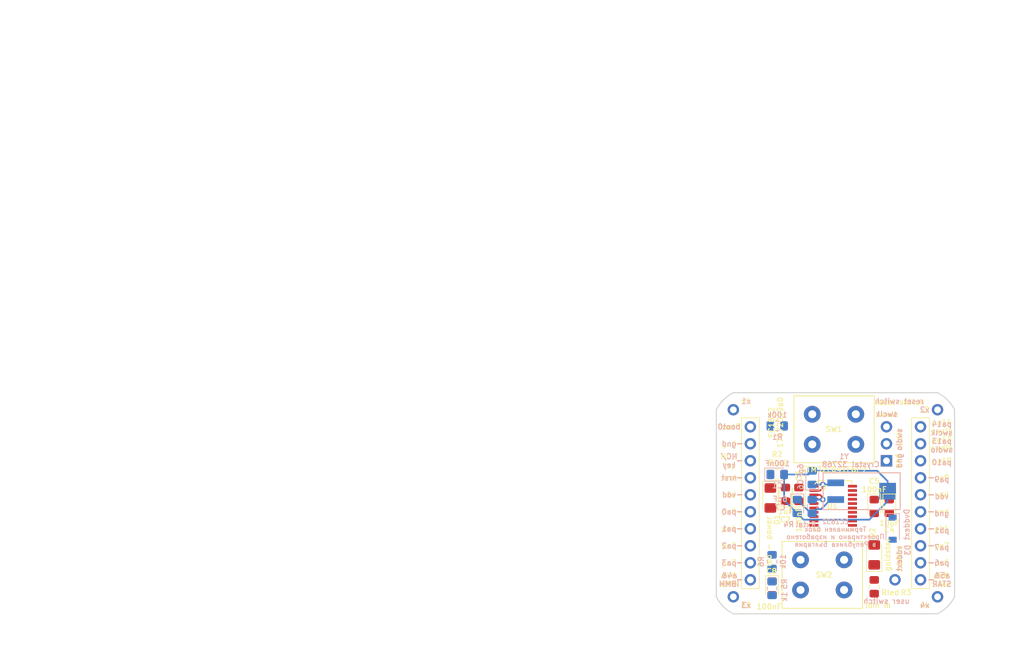
<source format=kicad_pcb>
(kicad_pcb (version 20171130) (host pcbnew "(5.0.2)-1")

  (general
    (thickness 1.6)
    (drawings 92)
    (tracks 31)
    (zones 0)
    (modules 35)
    (nets 30)
  )

  (page A4)
  (layers
    (0 F.Cu signal)
    (31 B.Cu signal)
    (32 B.Adhes user)
    (33 F.Adhes user)
    (34 B.Paste user)
    (35 F.Paste user)
    (36 B.SilkS user)
    (37 F.SilkS user)
    (38 B.Mask user)
    (39 F.Mask user)
    (40 Dwgs.User user)
    (41 Cmts.User user)
    (42 Eco1.User user)
    (43 Eco2.User user)
    (44 Edge.Cuts user)
    (45 Margin user)
    (46 B.CrtYd user)
    (47 F.CrtYd user)
    (48 B.Fab user)
    (49 F.Fab user)
  )

  (setup
    (last_trace_width 0.25)
    (trace_clearance 0.25)
    (zone_clearance 0.508)
    (zone_45_only no)
    (trace_min 0.2)
    (segment_width 0.2)
    (edge_width 0.15)
    (via_size 0.8)
    (via_drill 0.4)
    (via_min_size 0.4)
    (via_min_drill 0.3)
    (uvia_size 0.3)
    (uvia_drill 0.1)
    (uvias_allowed no)
    (uvia_min_size 0.2)
    (uvia_min_drill 0.1)
    (pcb_text_width 0.3)
    (pcb_text_size 1.5 1.5)
    (mod_edge_width 0.15)
    (mod_text_size 0.8 0.8)
    (mod_text_width 0.15)
    (pad_size 1.524 1.524)
    (pad_drill 0.762)
    (pad_to_mask_clearance 0.051)
    (solder_mask_min_width 0.25)
    (aux_axis_origin 0 0)
    (visible_elements 7FFFF7FF)
    (pcbplotparams
      (layerselection 0x010fc_ffffffff)
      (usegerberextensions false)
      (usegerberattributes false)
      (usegerberadvancedattributes false)
      (creategerberjobfile false)
      (excludeedgelayer true)
      (linewidth 0.100000)
      (plotframeref false)
      (viasonmask false)
      (mode 1)
      (useauxorigin false)
      (hpglpennumber 1)
      (hpglpenspeed 20)
      (hpglpendiameter 15.000000)
      (psnegative false)
      (psa4output false)
      (plotreference true)
      (plotvalue true)
      (plotinvisibletext false)
      (padsonsilk false)
      (subtractmaskfromsilk false)
      (outputformat 4)
      (mirror false)
      (drillshape 0)
      (scaleselection 1)
      (outputdirectory "Fabrication Outputs/"))
  )

  (net 0 "")
  (net 1 /nrst)
  (net 2 GND)
  (net 3 /vdd)
  (net 4 /osc32in)
  (net 5 "Net-(C7-Pad1)")
  (net 6 "Net-(D1-Pad1)")
  (net 7 "Net-(D2-Pad1)")
  (net 8 /vddext)
  (net 9 /boot)
  (net 10 /swclk)
  (net 11 /swdio)
  (net 12 /osc32out)
  (net 13 "Net-(R5-Pad2)")
  (net 14 /key)
  (net 15 /pa3)
  (net 16 /pa2)
  (net 17 /pa1)
  (net 18 /pa0)
  (net 19 /pa6)
  (net 20 /pa7)
  (net 21 /pb1)
  (net 22 /pa9)
  (net 23 /pa10)
  (net 24 "Net-(TP5-Pad1)")
  (net 25 "Net-(TP6-Pad1)")
  (net 26 "Net-(TP7-Pad1)")
  (net 27 "Net-(TP8-Pad1)")
  (net 28 /ibm-m)
  (net 29 /goldstar)

  (net_class Default "This is the default net class."
    (clearance 0.25)
    (trace_width 0.25)
    (via_dia 0.8)
    (via_drill 0.4)
    (uvia_dia 0.3)
    (uvia_drill 0.1)
    (add_net /boot)
    (add_net /goldstar)
    (add_net /ibm-m)
    (add_net /key)
    (add_net /nrst)
    (add_net /osc32in)
    (add_net /osc32out)
    (add_net /pa0)
    (add_net /pa1)
    (add_net /pa10)
    (add_net /pa2)
    (add_net /pa3)
    (add_net /pa6)
    (add_net /pa7)
    (add_net /pa9)
    (add_net /pb1)
    (add_net /swclk)
    (add_net /swdio)
    (add_net /vdd)
    (add_net /vddext)
    (add_net GND)
    (add_net "Net-(C7-Pad1)")
    (add_net "Net-(D1-Pad1)")
    (add_net "Net-(D2-Pad1)")
    (add_net "Net-(R5-Pad2)")
    (add_net "Net-(TP5-Pad1)")
    (add_net "Net-(TP6-Pad1)")
    (add_net "Net-(TP7-Pad1)")
    (add_net "Net-(TP8-Pad1)")
  )

  (module "" (layer F.Cu) (tedit 5D2F76B3) (tstamp 5D2F78AB)
    (at 152.4 59.055)
    (fp_text reference "" (at 7.62 17.78) (layer F.SilkS)
      (effects (font (size 1.27 1.27) (thickness 0.15)))
    )
    (fp_text value "" (at 7.62 17.78) (layer F.SilkS)
      (effects (font (size 1.27 1.27) (thickness 0.15)))
    )
    (fp_text user x2 (at -5.08 1.905) (layer F.Fab) hide
      (effects (font (size 1 1) (thickness 0.15)))
    )
  )

  (module "" (layer F.Cu) (tedit 0) (tstamp 0)
    (at 7.62 17.78)
    (fp_text reference "" (at 136.525 81.915) (layer F.SilkS)
      (effects (font (size 1.27 1.27) (thickness 0.15)))
    )
    (fp_text value "" (at 136.525 81.915) (layer F.SilkS)
      (effects (font (size 1.27 1.27) (thickness 0.15)))
    )
    (fp_text user "user switch" (at 132.08 71.755 -180) (layer B.SilkS)
      (effects (font (size 0.8 0.8) (thickness 0.15)) (justify mirror))
    )
  )

  (module "" (layer F.Cu) (tedit 0) (tstamp 0)
    (at 136.525 81.915)
    (fp_text reference "" (at 19.685 0) (layer F.SilkS)
      (effects (font (size 1.27 1.27) (thickness 0.15)))
    )
    (fp_text value "" (at 19.685 0) (layer F.SilkS)
      (effects (font (size 1.27 1.27) (thickness 0.15)))
    )
    (fp_text user vddext (at 5.08 1.27 -90) (layer B.SilkS)
      (effects (font (size 0.8 0.8) (thickness 0.15)) (justify mirror))
    )
  )

  (module "" (layer F.Cu) (tedit 0) (tstamp 0)
    (at 19.685 0)
    (fp_text reference "" (at 135.995 73.13) (layer F.SilkS)
      (effects (font (size 1.27 1.27) (thickness 0.15)))
    )
    (fp_text value "" (at 135.995 73.13) (layer F.SilkS)
      (effects (font (size 1.27 1.27) (thickness 0.15)))
    )
    (fp_text user gnd (at 121.92 68.58 -90) (layer B.SilkS)
      (effects (font (size 0.8 0.8) (thickness 0.15)) (justify mirror))
    )
    (fp_text user swclk (at 120.015 61.595) (layer B.SilkS)
      (effects (font (size 0.8 0.8) (thickness 0.15)) (justify mirror))
    )
    (fp_text user "reset switch" (at 121.92 59.69) (layer B.SilkS)
      (effects (font (size 0.8 0.8) (thickness 0.15)) (justify mirror))
    )
    (fp_text user swdio (at 121.92 65.405 -90) (layer B.SilkS)
      (effects (font (size 0.8 0.8) (thickness 0.15)) (justify mirror))
    )
  )

  (module "Breakout Board STM32L041x6 - TSSOP20:Crystal 32768 Hz Citizen - CMR200T32.768KDZB-UT" (layer B.Cu) (tedit 5D2F2F56) (tstamp 5D2ED3FC)
    (at 135.995 73.13 180)
    (path /5D2DE877)
    (fp_text reference Y1 (at 2.645 5.185 180) (layer B.SilkS)
      (effects (font (size 0.8 0.8) (thickness 0.15)) (justify mirror))
    )
    (fp_text value "Crystal 32768" (at 1.625 4 180) (layer B.SilkS)
      (effects (font (size 0.8 0.8) (thickness 0.15)) (justify mirror))
    )
    (fp_line (start -6 -3) (end -6 3) (layer B.CrtYd) (width 0.15))
    (fp_line (start 6 -3) (end -6 -3) (layer B.CrtYd) (width 0.15))
    (fp_line (start 6 3) (end 6 -3) (layer B.CrtYd) (width 0.15))
    (fp_line (start -6 3) (end 6 3) (layer B.CrtYd) (width 0.15))
    (fp_line (start -5.75 -2.75) (end -5.75 2.75) (layer B.SilkS) (width 0.15))
    (fp_line (start 5.75 -2.75) (end -5.75 -2.75) (layer B.SilkS) (width 0.15))
    (fp_line (start 5.75 2.75) (end 5.75 -2.75) (layer B.SilkS) (width 0.15))
    (fp_line (start -5.75 2.75) (end 5.75 2.75) (layer B.SilkS) (width 0.15))
    (pad 2 smd rect (at -3.875 0 180) (size 2.5 2.5) (layers B.Cu B.Paste B.Mask)
      (net 2 GND))
    (pad 3 smd rect (at 3.875 -1.25 180) (size 2.5 1) (layers B.Cu B.Paste B.Mask)
      (net 5 "Net-(C7-Pad1)"))
    (pad 1 smd rect (at 3.875 1.25 180) (size 2.5 1) (layers B.Cu B.Paste B.Mask)
      (net 4 /osc32in))
  )

  (module Diode_SMD:D_0805_2012Metric_Pad1.15x1.40mm_HandSolder (layer B.Cu) (tedit 5D2F2EDC) (tstamp 5D2EBD02)
    (at 123.395 70.63)
    (descr "Diode SMD 0805 (2012 Metric), square (rectangular) end terminal, IPC_7351 nominal, (Body size source: https://docs.google.com/spreadsheets/d/1BsfQQcO9C6DZCsRaXUlFlo91Tg2WpOkGARC1WS5S8t0/edit?usp=sharing), generated with kicad-footprint-generator")
    (tags "diode handsolder")
    (path /5D2DB770)
    (attr smd)
    (fp_text reference C1 (at 0 1.65) (layer B.SilkS)
      (effects (font (size 0.8 0.8) (thickness 0.15)) (justify mirror))
    )
    (fp_text value 100nF (at 0 -1.65) (layer B.SilkS)
      (effects (font (size 0.8 0.8) (thickness 0.15)) (justify mirror))
    )
    (fp_line (start 1 0.6) (end -0.7 0.6) (layer B.Fab) (width 0.1))
    (fp_line (start -0.7 0.6) (end -1 0.3) (layer B.Fab) (width 0.1))
    (fp_line (start -1 0.3) (end -1 -0.6) (layer B.Fab) (width 0.1))
    (fp_line (start -1 -0.6) (end 1 -0.6) (layer B.Fab) (width 0.1))
    (fp_line (start 1 -0.6) (end 1 0.6) (layer B.Fab) (width 0.1))
    (fp_line (start 1 0.96) (end -1.86 0.96) (layer B.SilkS) (width 0.12))
    (fp_line (start -1.86 0.96) (end -1.86 -0.96) (layer B.SilkS) (width 0.12))
    (fp_line (start -1.86 -0.96) (end 1 -0.96) (layer B.SilkS) (width 0.12))
    (fp_line (start -1.85 -0.95) (end -1.85 0.95) (layer B.CrtYd) (width 0.05))
    (fp_line (start -1.85 0.95) (end 1.85 0.95) (layer B.CrtYd) (width 0.05))
    (fp_line (start 1.85 0.95) (end 1.85 -0.95) (layer B.CrtYd) (width 0.05))
    (fp_line (start 1.85 -0.95) (end -1.85 -0.95) (layer B.CrtYd) (width 0.05))
    (fp_text user %R (at 0 0) (layer B.Fab)
      (effects (font (size 0.5 0.5) (thickness 0.08)) (justify mirror))
    )
    (pad 1 smd roundrect (at -1.025 0) (size 1.15 1.4) (layers B.Cu B.Paste B.Mask) (roundrect_rratio 0.217391)
      (net 1 /nrst))
    (pad 2 smd roundrect (at 1.025 0) (size 1.15 1.4) (layers B.Cu B.Paste B.Mask) (roundrect_rratio 0.217391)
      (net 2 GND))
    (model ${KISYS3DMOD}/Diode_SMD.3dshapes/D_0805_2012Metric.wrl
      (at (xyz 0 0 0))
      (scale (xyz 1 1 1))
      (rotate (xyz 0 0 0))
    )
  )

  (module Diode_SMD:D_0805_2012Metric_Pad1.15x1.40mm_HandSolder (layer F.Cu) (tedit 5D2F2CB4) (tstamp 5D2F1193)
    (at 124.62 73.605 90)
    (descr "Diode SMD 0805 (2012 Metric), square (rectangular) end terminal, IPC_7351 nominal, (Body size source: https://docs.google.com/spreadsheets/d/1BsfQQcO9C6DZCsRaXUlFlo91Tg2WpOkGARC1WS5S8t0/edit?usp=sharing), generated with kicad-footprint-generator")
    (tags "diode handsolder")
    (path /5D2D26DF)
    (attr smd)
    (fp_text reference C2 (at -3.775 0 180) (layer F.SilkS)
      (effects (font (size 0.8 0.8) (thickness 0.15)))
    )
    (fp_text value 1uF (at -2.525 0 180) (layer F.SilkS)
      (effects (font (size 0.8 0.8) (thickness 0.15)))
    )
    (fp_text user %R (at 0 0 90) (layer F.Fab)
      (effects (font (size 0.5 0.5) (thickness 0.08)))
    )
    (fp_line (start 1.85 0.95) (end -1.85 0.95) (layer F.CrtYd) (width 0.05))
    (fp_line (start 1.85 -0.95) (end 1.85 0.95) (layer F.CrtYd) (width 0.05))
    (fp_line (start -1.85 -0.95) (end 1.85 -0.95) (layer F.CrtYd) (width 0.05))
    (fp_line (start -1.85 0.95) (end -1.85 -0.95) (layer F.CrtYd) (width 0.05))
    (fp_line (start -1.86 0.96) (end 1 0.96) (layer F.SilkS) (width 0.12))
    (fp_line (start -1.86 -0.96) (end -1.86 0.96) (layer F.SilkS) (width 0.12))
    (fp_line (start 1 -0.96) (end -1.86 -0.96) (layer F.SilkS) (width 0.12))
    (fp_line (start 1 0.6) (end 1 -0.6) (layer F.Fab) (width 0.1))
    (fp_line (start -1 0.6) (end 1 0.6) (layer F.Fab) (width 0.1))
    (fp_line (start -1 -0.3) (end -1 0.6) (layer F.Fab) (width 0.1))
    (fp_line (start -0.7 -0.6) (end -1 -0.3) (layer F.Fab) (width 0.1))
    (fp_line (start 1 -0.6) (end -0.7 -0.6) (layer F.Fab) (width 0.1))
    (pad 2 smd roundrect (at 1.025 0 90) (size 1.15 1.4) (layers F.Cu F.Paste F.Mask) (roundrect_rratio 0.217391)
      (net 2 GND))
    (pad 1 smd roundrect (at -1.025 0 90) (size 1.15 1.4) (layers F.Cu F.Paste F.Mask) (roundrect_rratio 0.217391)
      (net 3 /vdd))
    (model ${KISYS3DMOD}/Diode_SMD.3dshapes/D_0805_2012Metric.wrl
      (at (xyz 0 0 0))
      (scale (xyz 1 1 1))
      (rotate (xyz 0 0 0))
    )
  )

  (module Diode_SMD:D_0805_2012Metric_Pad1.15x1.40mm_HandSolder (layer F.Cu) (tedit 5D2F2CB9) (tstamp 5D3BBDF6)
    (at 126.62 73.605 90)
    (descr "Diode SMD 0805 (2012 Metric), square (rectangular) end terminal, IPC_7351 nominal, (Body size source: https://docs.google.com/spreadsheets/d/1BsfQQcO9C6DZCsRaXUlFlo91Tg2WpOkGARC1WS5S8t0/edit?usp=sharing), generated with kicad-footprint-generator")
    (tags "diode handsolder")
    (path /5D2D236D)
    (attr smd)
    (fp_text reference C3 (at 2.725 0 90) (layer F.SilkS)
      (effects (font (size 0.8 0.8) (thickness 0.15)))
    )
    (fp_text value 100nF (at -3.775 0 90) (layer F.SilkS)
      (effects (font (size 0.8 0.8) (thickness 0.15)))
    )
    (fp_line (start 1 -0.6) (end -0.7 -0.6) (layer F.Fab) (width 0.1))
    (fp_line (start -0.7 -0.6) (end -1 -0.3) (layer F.Fab) (width 0.1))
    (fp_line (start -1 -0.3) (end -1 0.6) (layer F.Fab) (width 0.1))
    (fp_line (start -1 0.6) (end 1 0.6) (layer F.Fab) (width 0.1))
    (fp_line (start 1 0.6) (end 1 -0.6) (layer F.Fab) (width 0.1))
    (fp_line (start 1 -0.96) (end -1.86 -0.96) (layer F.SilkS) (width 0.12))
    (fp_line (start -1.86 -0.96) (end -1.86 0.96) (layer F.SilkS) (width 0.12))
    (fp_line (start -1.86 0.96) (end 1 0.96) (layer F.SilkS) (width 0.12))
    (fp_line (start -1.85 0.95) (end -1.85 -0.95) (layer F.CrtYd) (width 0.05))
    (fp_line (start -1.85 -0.95) (end 1.85 -0.95) (layer F.CrtYd) (width 0.05))
    (fp_line (start 1.85 -0.95) (end 1.85 0.95) (layer F.CrtYd) (width 0.05))
    (fp_line (start 1.85 0.95) (end -1.85 0.95) (layer F.CrtYd) (width 0.05))
    (fp_text user %R (at 0 0 90) (layer F.Fab)
      (effects (font (size 0.5 0.5) (thickness 0.08)))
    )
    (pad 1 smd roundrect (at -1.025 0 90) (size 1.15 1.4) (layers F.Cu F.Paste F.Mask) (roundrect_rratio 0.217391)
      (net 3 /vdd))
    (pad 2 smd roundrect (at 1.025 0 90) (size 1.15 1.4) (layers F.Cu F.Paste F.Mask) (roundrect_rratio 0.217391)
      (net 2 GND))
    (model ${KISYS3DMOD}/Diode_SMD.3dshapes/D_0805_2012Metric.wrl
      (at (xyz 0 0 0))
      (scale (xyz 1 1 1))
      (rotate (xyz 0 0 0))
    )
  )

  (module Diode_SMD:D_0805_2012Metric_Pad1.15x1.40mm_HandSolder (layer F.Cu) (tedit 5D2F2DA2) (tstamp 5D2ECE98)
    (at 140.12 75.405 270)
    (descr "Diode SMD 0805 (2012 Metric), square (rectangular) end terminal, IPC_7351 nominal, (Body size source: https://docs.google.com/spreadsheets/d/1BsfQQcO9C6DZCsRaXUlFlo91Tg2WpOkGARC1WS5S8t0/edit?usp=sharing), generated with kicad-footprint-generator")
    (tags "diode handsolder")
    (path /5D2D3344)
    (attr smd)
    (fp_text reference C4 (at 3.475 0) (layer F.SilkS)
      (effects (font (size 0.8 0.8) (thickness 0.15)))
    )
    (fp_text value 10uF (at 2.475 0 180) (layer F.SilkS)
      (effects (font (size 0.8 0.8) (thickness 0.15)))
    )
    (fp_text user %R (at 0 0 270) (layer F.Fab)
      (effects (font (size 0.5 0.5) (thickness 0.08)))
    )
    (fp_line (start 1.85 0.95) (end -1.85 0.95) (layer F.CrtYd) (width 0.05))
    (fp_line (start 1.85 -0.95) (end 1.85 0.95) (layer F.CrtYd) (width 0.05))
    (fp_line (start -1.85 -0.95) (end 1.85 -0.95) (layer F.CrtYd) (width 0.05))
    (fp_line (start -1.85 0.95) (end -1.85 -0.95) (layer F.CrtYd) (width 0.05))
    (fp_line (start -1.86 0.96) (end 1 0.96) (layer F.SilkS) (width 0.12))
    (fp_line (start -1.86 -0.96) (end -1.86 0.96) (layer F.SilkS) (width 0.12))
    (fp_line (start 1 -0.96) (end -1.86 -0.96) (layer F.SilkS) (width 0.12))
    (fp_line (start 1 0.6) (end 1 -0.6) (layer F.Fab) (width 0.1))
    (fp_line (start -1 0.6) (end 1 0.6) (layer F.Fab) (width 0.1))
    (fp_line (start -1 -0.3) (end -1 0.6) (layer F.Fab) (width 0.1))
    (fp_line (start -0.7 -0.6) (end -1 -0.3) (layer F.Fab) (width 0.1))
    (fp_line (start 1 -0.6) (end -0.7 -0.6) (layer F.Fab) (width 0.1))
    (pad 2 smd roundrect (at 1.025 0 270) (size 1.15 1.4) (layers F.Cu F.Paste F.Mask) (roundrect_rratio 0.217391)
      (net 2 GND))
    (pad 1 smd roundrect (at -1.025 0 270) (size 1.15 1.4) (layers F.Cu F.Paste F.Mask) (roundrect_rratio 0.217391)
      (net 3 /vdd))
    (model ${KISYS3DMOD}/Diode_SMD.3dshapes/D_0805_2012Metric.wrl
      (at (xyz 0 0 0))
      (scale (xyz 1 1 1))
      (rotate (xyz 0 0 0))
    )
  )

  (module Diode_SMD:D_0805_2012Metric_Pad1.15x1.40mm_HandSolder (layer F.Cu) (tedit 5D2F2D3F) (tstamp 5D2ECF70)
    (at 137.87 75.405 270)
    (descr "Diode SMD 0805 (2012 Metric), square (rectangular) end terminal, IPC_7351 nominal, (Body size source: https://docs.google.com/spreadsheets/d/1BsfQQcO9C6DZCsRaXUlFlo91Tg2WpOkGARC1WS5S8t0/edit?usp=sharing), generated with kicad-footprint-generator")
    (tags "diode handsolder")
    (path /5D2D3336)
    (attr smd)
    (fp_text reference C5 (at -3.775 0) (layer F.SilkS)
      (effects (font (size 0.8 0.8) (thickness 0.15)))
    )
    (fp_text value 100nF (at -2.525 0) (layer F.SilkS)
      (effects (font (size 0.8 0.8) (thickness 0.15)))
    )
    (fp_line (start 1 -0.6) (end -0.7 -0.6) (layer F.Fab) (width 0.1))
    (fp_line (start -0.7 -0.6) (end -1 -0.3) (layer F.Fab) (width 0.1))
    (fp_line (start -1 -0.3) (end -1 0.6) (layer F.Fab) (width 0.1))
    (fp_line (start -1 0.6) (end 1 0.6) (layer F.Fab) (width 0.1))
    (fp_line (start 1 0.6) (end 1 -0.6) (layer F.Fab) (width 0.1))
    (fp_line (start 1 -0.96) (end -1.86 -0.96) (layer F.SilkS) (width 0.12))
    (fp_line (start -1.86 -0.96) (end -1.86 0.96) (layer F.SilkS) (width 0.12))
    (fp_line (start -1.86 0.96) (end 1 0.96) (layer F.SilkS) (width 0.12))
    (fp_line (start -1.85 0.95) (end -1.85 -0.95) (layer F.CrtYd) (width 0.05))
    (fp_line (start -1.85 -0.95) (end 1.85 -0.95) (layer F.CrtYd) (width 0.05))
    (fp_line (start 1.85 -0.95) (end 1.85 0.95) (layer F.CrtYd) (width 0.05))
    (fp_line (start 1.85 0.95) (end -1.85 0.95) (layer F.CrtYd) (width 0.05))
    (fp_text user %R (at 0 0 270) (layer F.Fab)
      (effects (font (size 0.5 0.5) (thickness 0.08)))
    )
    (pad 1 smd roundrect (at -1.025 0 270) (size 1.15 1.4) (layers F.Cu F.Paste F.Mask) (roundrect_rratio 0.217391)
      (net 3 /vdd))
    (pad 2 smd roundrect (at 1.025 0 270) (size 1.15 1.4) (layers F.Cu F.Paste F.Mask) (roundrect_rratio 0.217391)
      (net 2 GND))
    (model ${KISYS3DMOD}/Diode_SMD.3dshapes/D_0805_2012Metric.wrl
      (at (xyz 0 0 0))
      (scale (xyz 1 1 1))
      (rotate (xyz 0 0 0))
    )
  )

  (module Diode_SMD:D_0805_2012Metric_Pad1.15x1.40mm_HandSolder (layer B.Cu) (tedit 5D2F2FB5) (tstamp 5D2ED460)
    (at 128.62 71.105 90)
    (descr "Diode SMD 0805 (2012 Metric), square (rectangular) end terminal, IPC_7351 nominal, (Body size source: https://docs.google.com/spreadsheets/d/1BsfQQcO9C6DZCsRaXUlFlo91Tg2WpOkGARC1WS5S8t0/edit?usp=sharing), generated with kicad-footprint-generator")
    (tags "diode handsolder")
    (path /5D2D7D40)
    (attr smd)
    (fp_text reference C6 (at -1.025 -1.75 270) (layer B.SilkS)
      (effects (font (size 0.8 0.8) (thickness 0.15)) (justify mirror))
    )
    (fp_text value 6pF (at 0.975 -1.75 270) (layer B.SilkS)
      (effects (font (size 0.8 0.8) (thickness 0.15)) (justify mirror))
    )
    (fp_line (start 1 0.6) (end -0.7 0.6) (layer B.Fab) (width 0.1))
    (fp_line (start -0.7 0.6) (end -1 0.3) (layer B.Fab) (width 0.1))
    (fp_line (start -1 0.3) (end -1 -0.6) (layer B.Fab) (width 0.1))
    (fp_line (start -1 -0.6) (end 1 -0.6) (layer B.Fab) (width 0.1))
    (fp_line (start 1 -0.6) (end 1 0.6) (layer B.Fab) (width 0.1))
    (fp_line (start 1 0.96) (end -1.86 0.96) (layer B.SilkS) (width 0.12))
    (fp_line (start -1.86 0.96) (end -1.86 -0.96) (layer B.SilkS) (width 0.12))
    (fp_line (start -1.86 -0.96) (end 1 -0.96) (layer B.SilkS) (width 0.12))
    (fp_line (start -1.85 -0.95) (end -1.85 0.95) (layer B.CrtYd) (width 0.05))
    (fp_line (start -1.85 0.95) (end 1.85 0.95) (layer B.CrtYd) (width 0.05))
    (fp_line (start 1.85 0.95) (end 1.85 -0.95) (layer B.CrtYd) (width 0.05))
    (fp_line (start 1.85 -0.95) (end -1.85 -0.95) (layer B.CrtYd) (width 0.05))
    (fp_text user %R (at 0 0 90) (layer B.Fab)
      (effects (font (size 0.5 0.5) (thickness 0.08)) (justify mirror))
    )
    (pad 1 smd roundrect (at -1.025 0 90) (size 1.15 1.4) (layers B.Cu B.Paste B.Mask) (roundrect_rratio 0.217391)
      (net 4 /osc32in))
    (pad 2 smd roundrect (at 1.025 0 90) (size 1.15 1.4) (layers B.Cu B.Paste B.Mask) (roundrect_rratio 0.217391)
      (net 2 GND))
    (model ${KISYS3DMOD}/Diode_SMD.3dshapes/D_0805_2012Metric.wrl
      (at (xyz 0 0 0))
      (scale (xyz 1 1 1))
      (rotate (xyz 0 0 0))
    )
  )

  (module Diode_SMD:D_0805_2012Metric_Pad1.15x1.40mm_HandSolder (layer B.Cu) (tedit 5D2F3049) (tstamp 5D3BD1DA)
    (at 126.37 75.405 270)
    (descr "Diode SMD 0805 (2012 Metric), square (rectangular) end terminal, IPC_7351 nominal, (Body size source: https://docs.google.com/spreadsheets/d/1BsfQQcO9C6DZCsRaXUlFlo91Tg2WpOkGARC1WS5S8t0/edit?usp=sharing), generated with kicad-footprint-generator")
    (tags "diode handsolder")
    (path /5D2D7D8C)
    (attr smd)
    (fp_text reference C7 (at 0.16 2.545) (layer B.SilkS)
      (effects (font (size 0.8 0.8) (thickness 0.15)) (justify mirror))
    )
    (fp_text value 6pF (at -1.11 2.545) (layer B.SilkS)
      (effects (font (size 0.8 0.8) (thickness 0.15)) (justify mirror))
    )
    (fp_text user %R (at 0 0 270) (layer B.Fab)
      (effects (font (size 0.5 0.5) (thickness 0.08)) (justify mirror))
    )
    (fp_line (start 1.85 -0.95) (end -1.85 -0.95) (layer B.CrtYd) (width 0.05))
    (fp_line (start 1.85 0.95) (end 1.85 -0.95) (layer B.CrtYd) (width 0.05))
    (fp_line (start -1.85 0.95) (end 1.85 0.95) (layer B.CrtYd) (width 0.05))
    (fp_line (start -1.85 -0.95) (end -1.85 0.95) (layer B.CrtYd) (width 0.05))
    (fp_line (start -1.86 -0.96) (end 1 -0.96) (layer B.SilkS) (width 0.12))
    (fp_line (start -1.86 0.96) (end -1.86 -0.96) (layer B.SilkS) (width 0.12))
    (fp_line (start 1 0.96) (end -1.86 0.96) (layer B.SilkS) (width 0.12))
    (fp_line (start 1 -0.6) (end 1 0.6) (layer B.Fab) (width 0.1))
    (fp_line (start -1 -0.6) (end 1 -0.6) (layer B.Fab) (width 0.1))
    (fp_line (start -1 0.3) (end -1 -0.6) (layer B.Fab) (width 0.1))
    (fp_line (start -0.7 0.6) (end -1 0.3) (layer B.Fab) (width 0.1))
    (fp_line (start 1 0.6) (end -0.7 0.6) (layer B.Fab) (width 0.1))
    (pad 2 smd roundrect (at 1.025 0 270) (size 1.15 1.4) (layers B.Cu B.Paste B.Mask) (roundrect_rratio 0.217391)
      (net 2 GND))
    (pad 1 smd roundrect (at -1.025 0 270) (size 1.15 1.4) (layers B.Cu B.Paste B.Mask) (roundrect_rratio 0.217391)
      (net 5 "Net-(C7-Pad1)"))
    (model ${KISYS3DMOD}/Diode_SMD.3dshapes/D_0805_2012Metric.wrl
      (at (xyz 0 0 0))
      (scale (xyz 1 1 1))
      (rotate (xyz 0 0 0))
    )
  )

  (module LED_SMD:LED_1206_3216Metric_Pad1.42x1.75mm_HandSolder (layer F.Cu) (tedit 5D2F2C44) (tstamp 5D48CB37)
    (at 122.37 74.1425 270)
    (descr "LED SMD 1206 (3216 Metric), square (rectangular) end terminal, IPC_7351 nominal, (Body size source: http://www.tortai-tech.com/upload/download/2011102023233369053.pdf), generated with kicad-footprint-generator")
    (tags "LED handsolder")
    (path /5D2DC45D)
    (attr smd)
    (fp_text reference D1 (at 3.2375 -1 90) (layer F.SilkS)
      (effects (font (size 0.8 0.8) (thickness 0.15)))
    )
    (fp_text value "led - power" (at 6.5025 0.25 90) (layer F.SilkS)
      (effects (font (size 0.8 0.8) (thickness 0.15)))
    )
    (fp_text user %R (at 0 0 270) (layer F.Fab)
      (effects (font (size 0.8 0.8) (thickness 0.12)))
    )
    (fp_line (start 2.45 1.12) (end -2.45 1.12) (layer F.CrtYd) (width 0.05))
    (fp_line (start 2.45 -1.12) (end 2.45 1.12) (layer F.CrtYd) (width 0.05))
    (fp_line (start -2.45 -1.12) (end 2.45 -1.12) (layer F.CrtYd) (width 0.05))
    (fp_line (start -2.45 1.12) (end -2.45 -1.12) (layer F.CrtYd) (width 0.05))
    (fp_line (start -2.46 1.135) (end 1.6 1.135) (layer F.SilkS) (width 0.12))
    (fp_line (start -2.46 -1.135) (end -2.46 1.135) (layer F.SilkS) (width 0.12))
    (fp_line (start 1.6 -1.135) (end -2.46 -1.135) (layer F.SilkS) (width 0.12))
    (fp_line (start 1.6 0.8) (end 1.6 -0.8) (layer F.Fab) (width 0.1))
    (fp_line (start -1.6 0.8) (end 1.6 0.8) (layer F.Fab) (width 0.1))
    (fp_line (start -1.6 -0.4) (end -1.6 0.8) (layer F.Fab) (width 0.1))
    (fp_line (start -1.2 -0.8) (end -1.6 -0.4) (layer F.Fab) (width 0.1))
    (fp_line (start 1.6 -0.8) (end -1.2 -0.8) (layer F.Fab) (width 0.1))
    (pad 2 smd roundrect (at 1.4875 0 270) (size 1.425 1.75) (layers F.Cu F.Paste F.Mask) (roundrect_rratio 0.175439)
      (net 3 /vdd))
    (pad 1 smd roundrect (at -1.4875 0 270) (size 1.425 1.75) (layers F.Cu F.Paste F.Mask) (roundrect_rratio 0.175439)
      (net 6 "Net-(D1-Pad1)"))
    (model ${KISYS3DMOD}/LED_SMD.3dshapes/LED_1206_3216Metric.wrl
      (at (xyz 0 0 0))
      (scale (xyz 1 1 1))
      (rotate (xyz 0 0 0))
    )
  )

  (module LED_SMD:LED_1206_3216Metric_Pad1.42x1.75mm_HandSolder (layer F.Cu) (tedit 5D2F2C92) (tstamp 5D2ED07E)
    (at 137.87 82.6425 90)
    (descr "LED SMD 1206 (3216 Metric), square (rectangular) end terminal, IPC_7351 nominal, (Body size source: http://www.tortai-tech.com/upload/download/2011102023233369053.pdf), generated with kicad-footprint-generator")
    (tags "LED handsolder")
    (path /5D2E1973)
    (attr smd)
    (fp_text reference D2 (at 3.2625 -0.25 90) (layer F.SilkS)
      (effects (font (size 0.8 0.8) (thickness 0.15)))
    )
    (fp_text value goldstar (at 0.0125 2 90) (layer F.SilkS)
      (effects (font (size 0.8 0.8) (thickness 0.15)))
    )
    (fp_line (start 1.6 -0.8) (end -1.2 -0.8) (layer F.Fab) (width 0.1))
    (fp_line (start -1.2 -0.8) (end -1.6 -0.4) (layer F.Fab) (width 0.1))
    (fp_line (start -1.6 -0.4) (end -1.6 0.8) (layer F.Fab) (width 0.1))
    (fp_line (start -1.6 0.8) (end 1.6 0.8) (layer F.Fab) (width 0.1))
    (fp_line (start 1.6 0.8) (end 1.6 -0.8) (layer F.Fab) (width 0.1))
    (fp_line (start 1.6 -1.135) (end -2.46 -1.135) (layer F.SilkS) (width 0.12))
    (fp_line (start -2.46 -1.135) (end -2.46 1.135) (layer F.SilkS) (width 0.12))
    (fp_line (start -2.46 1.135) (end 1.6 1.135) (layer F.SilkS) (width 0.12))
    (fp_line (start -2.45 1.12) (end -2.45 -1.12) (layer F.CrtYd) (width 0.05))
    (fp_line (start -2.45 -1.12) (end 2.45 -1.12) (layer F.CrtYd) (width 0.05))
    (fp_line (start 2.45 -1.12) (end 2.45 1.12) (layer F.CrtYd) (width 0.05))
    (fp_line (start 2.45 1.12) (end -2.45 1.12) (layer F.CrtYd) (width 0.05))
    (fp_text user %R (at 0 0 90) (layer F.Fab)
      (effects (font (size 0.8 0.8) (thickness 0.12)))
    )
    (pad 1 smd roundrect (at -1.4875 0 90) (size 1.425 1.75) (layers F.Cu F.Paste F.Mask) (roundrect_rratio 0.175439)
      (net 7 "Net-(D2-Pad1)"))
    (pad 2 smd roundrect (at 1.4875 0 90) (size 1.425 1.75) (layers F.Cu F.Paste F.Mask) (roundrect_rratio 0.175439)
      (net 29 /goldstar))
    (model ${KISYS3DMOD}/LED_SMD.3dshapes/LED_1206_3216Metric.wrl
      (at (xyz 0 0 0))
      (scale (xyz 1 1 1))
      (rotate (xyz 0 0 0))
    )
  )

  (module Diode_SMD:D_SOD-123 (layer B.Cu) (tedit 5D2F3340) (tstamp 5D3BDA9B)
    (at 140.62 78.73 270)
    (descr SOD-123)
    (tags SOD-123)
    (path /5D2E89DD)
    (attr smd)
    (fp_text reference D3 (at 3.185 -2.255 270) (layer B.SilkS)
      (effects (font (size 0.8 0.8) (thickness 0.15)) (justify mirror))
    )
    (fp_text value Dvddext (at -0.625 -2.1 270) (layer B.SilkS)
      (effects (font (size 0.8 0.8) (thickness 0.15)) (justify mirror))
    )
    (fp_text user %R (at 0 0 270) (layer B.Fab)
      (effects (font (size 1 1) (thickness 0.15)) (justify mirror))
    )
    (fp_line (start -2.25 1) (end -2.25 -1) (layer B.SilkS) (width 0.12))
    (fp_line (start 0.25 0) (end 0.75 0) (layer B.Fab) (width 0.1))
    (fp_line (start 0.25 -0.4) (end -0.35 0) (layer B.Fab) (width 0.1))
    (fp_line (start 0.25 0.4) (end 0.25 -0.4) (layer B.Fab) (width 0.1))
    (fp_line (start -0.35 0) (end 0.25 0.4) (layer B.Fab) (width 0.1))
    (fp_line (start -0.35 0) (end -0.35 -0.55) (layer B.Fab) (width 0.1))
    (fp_line (start -0.35 0) (end -0.35 0.55) (layer B.Fab) (width 0.1))
    (fp_line (start -0.75 0) (end -0.35 0) (layer B.Fab) (width 0.1))
    (fp_line (start -1.4 -0.9) (end -1.4 0.9) (layer B.Fab) (width 0.1))
    (fp_line (start 1.4 -0.9) (end -1.4 -0.9) (layer B.Fab) (width 0.1))
    (fp_line (start 1.4 0.9) (end 1.4 -0.9) (layer B.Fab) (width 0.1))
    (fp_line (start -1.4 0.9) (end 1.4 0.9) (layer B.Fab) (width 0.1))
    (fp_line (start -2.35 1.15) (end 2.35 1.15) (layer B.CrtYd) (width 0.05))
    (fp_line (start 2.35 1.15) (end 2.35 -1.15) (layer B.CrtYd) (width 0.05))
    (fp_line (start 2.35 -1.15) (end -2.35 -1.15) (layer B.CrtYd) (width 0.05))
    (fp_line (start -2.35 1.15) (end -2.35 -1.15) (layer B.CrtYd) (width 0.05))
    (fp_line (start -2.25 -1) (end 1.65 -1) (layer B.SilkS) (width 0.12))
    (fp_line (start -2.25 1) (end 1.65 1) (layer B.SilkS) (width 0.12))
    (pad 1 smd rect (at -1.65 0 270) (size 0.9 1.2) (layers B.Cu B.Paste B.Mask)
      (net 3 /vdd))
    (pad 2 smd rect (at 1.65 0 270) (size 0.9 1.2) (layers B.Cu B.Paste B.Mask)
      (net 8 /vddext))
    (model ${KISYS3DMOD}/Diode_SMD.3dshapes/D_SOD-123.wrl
      (at (xyz 0 0 0))
      (scale (xyz 1 1 1))
      (rotate (xyz 0 0 0))
    )
  )

  (module Resistor_SMD:R_0805_2012Metric_Pad1.15x1.40mm_HandSolder (layer B.Cu) (tedit 5D2F2EE3) (tstamp 5D2EBF3D)
    (at 123.395 63.38)
    (descr "Resistor SMD 0805 (2012 Metric), square (rectangular) end terminal, IPC_7351 nominal with elongated pad for handsoldering. (Body size source: https://docs.google.com/spreadsheets/d/1BsfQQcO9C6DZCsRaXUlFlo91Tg2WpOkGARC1WS5S8t0/edit?usp=sharing), generated with kicad-footprint-generator")
    (tags "resistor handsolder")
    (path /5D2D19AF)
    (attr smd)
    (fp_text reference R1 (at 0 1.65) (layer B.SilkS)
      (effects (font (size 0.8 0.8) (thickness 0.15)) (justify mirror))
    )
    (fp_text value 100k (at 0 -1.65) (layer B.SilkS)
      (effects (font (size 0.8 0.8) (thickness 0.15)) (justify mirror))
    )
    (fp_text user %R (at 0 0) (layer B.Fab)
      (effects (font (size 0.5 0.5) (thickness 0.08)) (justify mirror))
    )
    (fp_line (start 1.85 -0.95) (end -1.85 -0.95) (layer B.CrtYd) (width 0.05))
    (fp_line (start 1.85 0.95) (end 1.85 -0.95) (layer B.CrtYd) (width 0.05))
    (fp_line (start -1.85 0.95) (end 1.85 0.95) (layer B.CrtYd) (width 0.05))
    (fp_line (start -1.85 -0.95) (end -1.85 0.95) (layer B.CrtYd) (width 0.05))
    (fp_line (start -0.261252 -0.71) (end 0.261252 -0.71) (layer B.SilkS) (width 0.12))
    (fp_line (start -0.261252 0.71) (end 0.261252 0.71) (layer B.SilkS) (width 0.12))
    (fp_line (start 1 -0.6) (end -1 -0.6) (layer B.Fab) (width 0.1))
    (fp_line (start 1 0.6) (end 1 -0.6) (layer B.Fab) (width 0.1))
    (fp_line (start -1 0.6) (end 1 0.6) (layer B.Fab) (width 0.1))
    (fp_line (start -1 -0.6) (end -1 0.6) (layer B.Fab) (width 0.1))
    (pad 2 smd roundrect (at 1.025 0) (size 1.15 1.4) (layers B.Cu B.Paste B.Mask) (roundrect_rratio 0.217391)
      (net 2 GND))
    (pad 1 smd roundrect (at -1.025 0) (size 1.15 1.4) (layers B.Cu B.Paste B.Mask) (roundrect_rratio 0.217391)
      (net 9 /boot))
    (model ${KISYS3DMOD}/Resistor_SMD.3dshapes/R_0805_2012Metric.wrl
      (at (xyz 0 0 0))
      (scale (xyz 1 1 1))
      (rotate (xyz 0 0 0))
    )
  )

  (module Resistor_SMD:R_0805_2012Metric_Pad1.15x1.40mm_HandSolder (layer F.Cu) (tedit 5D2F2CD0) (tstamp 5D2ED04C)
    (at 123.395 70.63)
    (descr "Resistor SMD 0805 (2012 Metric), square (rectangular) end terminal, IPC_7351 nominal with elongated pad for handsoldering. (Body size source: https://docs.google.com/spreadsheets/d/1BsfQQcO9C6DZCsRaXUlFlo91Tg2WpOkGARC1WS5S8t0/edit?usp=sharing), generated with kicad-footprint-generator")
    (tags "resistor handsolder")
    (path /5D2DC532)
    (attr smd)
    (fp_text reference R2 (at -0.025 -3) (layer F.SilkS)
      (effects (font (size 0.8 0.8) (thickness 0.15)))
    )
    (fp_text value Rled (at 0 -1.75) (layer F.SilkS)
      (effects (font (size 0.8 0.8) (thickness 0.15)))
    )
    (fp_line (start -1 0.6) (end -1 -0.6) (layer F.Fab) (width 0.1))
    (fp_line (start -1 -0.6) (end 1 -0.6) (layer F.Fab) (width 0.1))
    (fp_line (start 1 -0.6) (end 1 0.6) (layer F.Fab) (width 0.1))
    (fp_line (start 1 0.6) (end -1 0.6) (layer F.Fab) (width 0.1))
    (fp_line (start -0.261252 -0.71) (end 0.261252 -0.71) (layer F.SilkS) (width 0.12))
    (fp_line (start -0.261252 0.71) (end 0.261252 0.71) (layer F.SilkS) (width 0.12))
    (fp_line (start -1.85 0.95) (end -1.85 -0.95) (layer F.CrtYd) (width 0.05))
    (fp_line (start -1.85 -0.95) (end 1.85 -0.95) (layer F.CrtYd) (width 0.05))
    (fp_line (start 1.85 -0.95) (end 1.85 0.95) (layer F.CrtYd) (width 0.05))
    (fp_line (start 1.85 0.95) (end -1.85 0.95) (layer F.CrtYd) (width 0.05))
    (fp_text user %R (at 0 0) (layer F.Fab)
      (effects (font (size 0.5 0.5) (thickness 0.08)))
    )
    (pad 1 smd roundrect (at -1.025 0) (size 1.15 1.4) (layers F.Cu F.Paste F.Mask) (roundrect_rratio 0.217391)
      (net 6 "Net-(D1-Pad1)"))
    (pad 2 smd roundrect (at 1.025 0) (size 1.15 1.4) (layers F.Cu F.Paste F.Mask) (roundrect_rratio 0.217391)
      (net 2 GND))
    (model ${KISYS3DMOD}/Resistor_SMD.3dshapes/R_0805_2012Metric.wrl
      (at (xyz 0 0 0))
      (scale (xyz 1 1 1))
      (rotate (xyz 0 0 0))
    )
  )

  (module Resistor_SMD:R_0805_2012Metric_Pad1.15x1.40mm_HandSolder (layer F.Cu) (tedit 5D2F2C5D) (tstamp 5D2F4AC2)
    (at 137.87 87.405 270)
    (descr "Resistor SMD 0805 (2012 Metric), square (rectangular) end terminal, IPC_7351 nominal with elongated pad for handsoldering. (Body size source: https://docs.google.com/spreadsheets/d/1BsfQQcO9C6DZCsRaXUlFlo91Tg2WpOkGARC1WS5S8t0/edit?usp=sharing), generated with kicad-footprint-generator")
    (tags "resistor handsolder")
    (path /5D2E1979)
    (attr smd)
    (fp_text reference R3 (at 0.86 -4.75) (layer F.SilkS)
      (effects (font (size 0.8 0.8) (thickness 0.15)))
    )
    (fp_text value Rled (at 0.86 -2.4 180) (layer F.SilkS)
      (effects (font (size 0.8 0.8) (thickness 0.15)))
    )
    (fp_line (start -1 0.6) (end -1 -0.6) (layer F.Fab) (width 0.1))
    (fp_line (start -1 -0.6) (end 1 -0.6) (layer F.Fab) (width 0.1))
    (fp_line (start 1 -0.6) (end 1 0.6) (layer F.Fab) (width 0.1))
    (fp_line (start 1 0.6) (end -1 0.6) (layer F.Fab) (width 0.1))
    (fp_line (start -0.261252 -0.71) (end 0.261252 -0.71) (layer F.SilkS) (width 0.12))
    (fp_line (start -0.261252 0.71) (end 0.261252 0.71) (layer F.SilkS) (width 0.12))
    (fp_line (start -1.85 0.95) (end -1.85 -0.95) (layer F.CrtYd) (width 0.05))
    (fp_line (start -1.85 -0.95) (end 1.85 -0.95) (layer F.CrtYd) (width 0.05))
    (fp_line (start 1.85 -0.95) (end 1.85 0.95) (layer F.CrtYd) (width 0.05))
    (fp_line (start 1.85 0.95) (end -1.85 0.95) (layer F.CrtYd) (width 0.05))
    (fp_text user %R (at 0 0 270) (layer F.Fab)
      (effects (font (size 0.5 0.5) (thickness 0.08)))
    )
    (pad 1 smd roundrect (at -1.025 0 270) (size 1.15 1.4) (layers F.Cu F.Paste F.Mask) (roundrect_rratio 0.217391)
      (net 7 "Net-(D2-Pad1)"))
    (pad 2 smd roundrect (at 1.025 0 270) (size 1.15 1.4) (layers F.Cu F.Paste F.Mask) (roundrect_rratio 0.217391)
      (net 2 GND))
    (model ${KISYS3DMOD}/Resistor_SMD.3dshapes/R_0805_2012Metric.wrl
      (at (xyz 0 0 0))
      (scale (xyz 1 1 1))
      (rotate (xyz 0 0 0))
    )
  )

  (module Resistor_SMD:R_0805_2012Metric_Pad1.15x1.40mm_HandSolder (layer B.Cu) (tedit 5D2F2FF6) (tstamp 5D2F85B1)
    (at 128.62 75.405 270)
    (descr "Resistor SMD 0805 (2012 Metric), square (rectangular) end terminal, IPC_7351 nominal with elongated pad for handsoldering. (Body size source: https://docs.google.com/spreadsheets/d/1BsfQQcO9C6DZCsRaXUlFlo91Tg2WpOkGARC1WS5S8t0/edit?usp=sharing), generated with kicad-footprint-generator")
    (tags "resistor handsolder")
    (path /5D2D583C)
    (attr smd)
    (fp_text reference R4 (at 2.7 3.525) (layer B.SilkS)
      (effects (font (size 0.8 0.8) (thickness 0.15)) (justify mirror))
    )
    (fp_text value Rxtal (at 2.7 0.985) (layer B.SilkS)
      (effects (font (size 0.8 0.8) (thickness 0.15)) (justify mirror))
    )
    (fp_text user %R (at 0 0 270) (layer B.Fab)
      (effects (font (size 0.5 0.5) (thickness 0.08)) (justify mirror))
    )
    (fp_line (start 1.85 -0.95) (end -1.85 -0.95) (layer B.CrtYd) (width 0.05))
    (fp_line (start 1.85 0.95) (end 1.85 -0.95) (layer B.CrtYd) (width 0.05))
    (fp_line (start -1.85 0.95) (end 1.85 0.95) (layer B.CrtYd) (width 0.05))
    (fp_line (start -1.85 -0.95) (end -1.85 0.95) (layer B.CrtYd) (width 0.05))
    (fp_line (start -0.261252 -0.71) (end 0.261252 -0.71) (layer B.SilkS) (width 0.12))
    (fp_line (start -0.261252 0.71) (end 0.261252 0.71) (layer B.SilkS) (width 0.12))
    (fp_line (start 1 -0.6) (end -1 -0.6) (layer B.Fab) (width 0.1))
    (fp_line (start 1 0.6) (end 1 -0.6) (layer B.Fab) (width 0.1))
    (fp_line (start -1 0.6) (end 1 0.6) (layer B.Fab) (width 0.1))
    (fp_line (start -1 -0.6) (end -1 0.6) (layer B.Fab) (width 0.1))
    (pad 2 smd roundrect (at 1.025 0 270) (size 1.15 1.4) (layers B.Cu B.Paste B.Mask) (roundrect_rratio 0.217391)
      (net 5 "Net-(C7-Pad1)"))
    (pad 1 smd roundrect (at -1.025 0 270) (size 1.15 1.4) (layers B.Cu B.Paste B.Mask) (roundrect_rratio 0.217391)
      (net 12 /osc32out))
    (model ${KISYS3DMOD}/Resistor_SMD.3dshapes/R_0805_2012Metric.wrl
      (at (xyz 0 0 0))
      (scale (xyz 1 1 1))
      (rotate (xyz 0 0 0))
    )
  )

  (module "Breakout Board STM32L041x6 - TSSOP20:Tactile Switch TS-064 - Comet" (layer F.Cu) (tedit 5D2F328E) (tstamp 5D2EE0ED)
    (at 131.87 63.88 90)
    (path /5D2DC1E6)
    (fp_text reference SW1 (at 0 0 180) (layer F.SilkS)
      (effects (font (size 0.8 0.8) (thickness 0.15)))
    )
    (fp_text value "reset switch" (at 4.05 9.85 180) (layer F.SilkS)
      (effects (font (size 0.8 0.8) (thickness 0.15)))
    )
    (fp_line (start -5 -6) (end 5 -6) (layer F.SilkS) (width 0.15))
    (fp_line (start 5 -6) (end 5 6) (layer F.SilkS) (width 0.15))
    (fp_line (start 5 6) (end -5 6) (layer F.SilkS) (width 0.15))
    (fp_line (start -5 6) (end -5 -6) (layer F.SilkS) (width 0.15))
    (pad 1 thru_hole circle (at -2.25 3.25 90) (size 2.5 2.5) (drill 1.2) (layers *.Cu *.Mask)
      (net 2 GND))
    (pad 1 thru_hole circle (at -2.25 -3.25 90) (size 2.5 2.5) (drill 1.2) (layers *.Cu *.Mask)
      (net 2 GND))
    (pad 2 thru_hole circle (at 2.25 3.25 90) (size 2.5 2.5) (drill 1.2) (layers *.Cu *.Mask)
      (net 1 /nrst))
    (pad 2 thru_hole circle (at 2.25 -3.25 90) (size 2.5 2.5) (drill 1.2) (layers *.Cu *.Mask)
      (net 1 /nrst))
  )

  (module "Breakout Board STM32L041x6 - TSSOP20:TestPoint 2.54mm round" (layer F.Cu) (tedit 5D2F3278) (tstamp 5D2ECFBC)
    (at 139.7 66.04)
    (path /5D2E3AC6)
    (fp_text reference TP1 (at 0 0.5) (layer F.SilkS) hide
      (effects (font (size 0.8 0.8) (thickness 0.15)))
    )
    (fp_text value swdio (at 1.92 -0.635 90) (layer F.SilkS)
      (effects (font (size 0.8 0.8) (thickness 0.15)))
    )
    (pad 1 thru_hole circle (at 0 0) (size 1.7 1.7) (drill 1) (layers *.Cu *.Mask)
      (net 11 /swdio))
  )

  (module "Breakout Board STM32L041x6 - TSSOP20:TestPoint 2.54mm round" (layer F.Cu) (tedit 5D2F326A) (tstamp 5D3BB82A)
    (at 139.7 63.5)
    (path /5D2E5C16)
    (fp_text reference TP2 (at 0 0.5) (layer F.SilkS) hide
      (effects (font (size 0.8 0.8) (thickness 0.15)))
    )
    (fp_text value swclk (at 0.17 -1.87) (layer F.SilkS)
      (effects (font (size 0.8 0.8) (thickness 0.15)))
    )
    (pad 1 thru_hole circle (at 0 0) (size 1.7 1.7) (drill 1) (layers *.Cu *.Mask)
      (net 10 /swclk))
  )

  (module "Breakout Board STM32L041x6 - TSSOP20:TestPoint 2.54mm round" (layer F.Cu) (tedit 5D2F2DC2) (tstamp 5D2ECFB0)
    (at 140.97 86.36)
    (path /5D2E6D12)
    (fp_text reference TP3 (at 1.25 -2.5) (layer F.SilkS) hide
      (effects (font (size 0.8 0.8) (thickness 0.15)))
    )
    (fp_text value vddext (at 0.635 -3.175 90) (layer F.SilkS)
      (effects (font (size 0.8 0.8) (thickness 0.15)))
    )
    (pad 1 thru_hole circle (at 0 0) (size 1.7 1.7) (drill 1) (layers *.Cu *.Mask)
      (net 8 /vddext))
  )

  (module "Breakout Board STM32L041x6 - TSSOP20:TestPoint 2.54mm square" (layer F.Cu) (tedit 5D2F327E) (tstamp 5D3BC2F8)
    (at 139.7 68.58)
    (path /5D2E6D19)
    (fp_text reference TP4 (at 0 0.5) (layer F.SilkS) hide
      (effects (font (size 0.8 0.8) (thickness 0.15)))
    )
    (fp_text value gnd (at 1.67 0.05 90) (layer F.SilkS)
      (effects (font (size 0.8 0.8) (thickness 0.15)))
    )
    (pad 1 thru_hole rect (at 0 0) (size 1.7 1.7) (drill 1) (layers *.Cu *.Mask)
      (net 2 GND))
  )

  (module "Breakout Board STM32L041x6 - TSSOP20:STM32L041x6 - TSSOP20" (layer F.Cu) (tedit 5D2F2EB5) (tstamp 5D3BDE9D)
    (at 131.745 75.305 270)
    (path /5D2FB28C)
    (fp_text reference U1 (at 0.075 0.125) (layer F.SilkS)
      (effects (font (size 0.8 0.8) (thickness 0.15)))
    )
    (fp_text value STM32L041F6P7 (at -5.425 -0.125) (layer F.SilkS)
      (effects (font (size 0.8 0.8) (thickness 0.15)))
    )
    (fp_line (start 3.25 2.75) (end 3.75 2.75) (layer F.SilkS) (width 0.15))
    (fp_line (start 3.75 2.75) (end 3.75 1.75) (layer F.SilkS) (width 0.15))
    (fp_line (start 3.25 -2.75) (end 3.75 -2.75) (layer F.SilkS) (width 0.15))
    (fp_line (start 3.75 -2.75) (end 3.75 -1.75) (layer F.SilkS) (width 0.15))
    (fp_line (start -3.25 -2.75) (end -3.5 -2.75) (layer F.SilkS) (width 0.15))
    (fp_line (start -3.5 -2.75) (end -3.75 -2.75) (layer F.SilkS) (width 0.15))
    (fp_line (start -3.75 -2.75) (end -3.75 -1.75) (layer F.SilkS) (width 0.15))
    (fp_line (start -3.25 2.75) (end -3.75 2.25) (layer F.SilkS) (width 0.15))
    (fp_line (start -3.75 2.25) (end -3.75 1.25) (layer F.SilkS) (width 0.15))
    (fp_circle (center -2.75 1.5) (end -3 1.25) (layer F.SilkS) (width 0.15))
    (fp_line (start -5 -4) (end 5 -4) (layer F.CrtYd) (width 0.15))
    (fp_line (start 5 -4) (end 5 4) (layer F.CrtYd) (width 0.15))
    (fp_line (start 5 4) (end -5 4) (layer F.CrtYd) (width 0.15))
    (fp_line (start -5 4) (end -5 -4) (layer F.CrtYd) (width 0.15))
    (pad 1 smd rect (at -2.925 2.875 270) (size 0.4 1.35) (layers F.Cu F.Paste F.Mask)
      (net 9 /boot))
    (pad 2 smd rect (at -2.275 2.875 270) (size 0.4 1.35) (layers F.Cu F.Paste F.Mask)
      (net 4 /osc32in))
    (pad 3 smd rect (at -1.625 2.875 270) (size 0.4 1.35) (layers F.Cu F.Paste F.Mask)
      (net 12 /osc32out))
    (pad 4 smd rect (at -0.975 2.875 270) (size 0.4 1.35) (layers F.Cu F.Paste F.Mask)
      (net 1 /nrst))
    (pad 5 smd rect (at -0.325 2.875 270) (size 0.4 1.35) (layers F.Cu F.Paste F.Mask)
      (net 3 /vdd))
    (pad 6 smd rect (at 0.325 2.875 270) (size 0.4 1.35) (layers F.Cu F.Paste F.Mask)
      (net 18 /pa0))
    (pad 8 smd rect (at 1.625 2.875 270) (size 0.4 1.35) (layers F.Cu F.Paste F.Mask)
      (net 16 /pa2))
    (pad 7 smd rect (at 0.975 2.875 270) (size 0.4 1.35) (layers F.Cu F.Paste F.Mask)
      (net 17 /pa1))
    (pad 10 smd rect (at 2.925 2.875 270) (size 0.4 1.35) (layers F.Cu F.Paste F.Mask)
      (net 28 /ibm-m))
    (pad 9 smd rect (at 2.275 2.875 270) (size 0.4 1.35) (layers F.Cu F.Paste F.Mask)
      (net 15 /pa3))
    (pad 11 smd rect (at 2.925 -2.875 270) (size 0.4 1.35) (layers F.Cu F.Paste F.Mask)
      (net 29 /goldstar))
    (pad 12 smd rect (at 2.275 -2.875 270) (size 0.4 1.35) (layers F.Cu F.Paste F.Mask)
      (net 19 /pa6))
    (pad 20 smd rect (at -2.925 -2.875 270) (size 0.4 1.35) (layers F.Cu F.Paste F.Mask)
      (net 10 /swclk))
    (pad 19 smd rect (at -2.275 -2.875 270) (size 0.4 1.35) (layers F.Cu F.Paste F.Mask)
      (net 11 /swdio))
    (pad 17 smd rect (at -0.975 -2.875 270) (size 0.4 1.35) (layers F.Cu F.Paste F.Mask)
      (net 22 /pa9))
    (pad 18 smd rect (at -1.625 -2.875 270) (size 0.4 1.35) (layers F.Cu F.Paste F.Mask)
      (net 23 /pa10))
    (pad 15 smd rect (at 0.325 -2.875 270) (size 0.4 1.35) (layers F.Cu F.Paste F.Mask)
      (net 2 GND))
    (pad 13 smd rect (at 1.625 -2.875 270) (size 0.4 1.35) (layers F.Cu F.Paste F.Mask)
      (net 20 /pa7))
    (pad 14 smd rect (at 0.975 -2.875 270) (size 0.4 1.35) (layers F.Cu F.Paste F.Mask)
      (net 21 /pb1))
    (pad 16 smd rect (at -0.325 -2.875 270) (size 0.4 1.35) (layers F.Cu F.Paste F.Mask)
      (net 3 /vdd))
  )

  (module "Breakout Board STM32L041x6 - TSSOP20:Tactile Switch TS-064 - Comet" (layer F.Cu) (tedit 5D2F7323) (tstamp 5D49A1BD)
    (at 130.12 85.63 90)
    (path /5D2F6274)
    (fp_text reference SW2 (at 0 0.25 180) (layer F.SilkS)
      (effects (font (size 0.8 0.8) (thickness 0.15)))
    )
    (fp_text value "ibm m" (at -4.54 8.31 180) (layer F.SilkS)
      (effects (font (size 0.8 0.8) (thickness 0.15)))
    )
    (fp_line (start -5 -6) (end 5 -6) (layer F.SilkS) (width 0.15))
    (fp_line (start 5 -6) (end 5 6) (layer F.SilkS) (width 0.15))
    (fp_line (start 5 6) (end -5 6) (layer F.SilkS) (width 0.15))
    (fp_line (start -5 6) (end -5 -6) (layer F.SilkS) (width 0.15))
    (pad 1 thru_hole circle (at -2.25 3.25 90) (size 2.5 2.5) (drill 1.2) (layers *.Cu *.Mask)
      (net 2 GND))
    (pad 1 thru_hole circle (at -2.25 -3.25 90) (size 2.5 2.5) (drill 1.2) (layers *.Cu *.Mask)
      (net 2 GND))
    (pad 2 thru_hole circle (at 2.25 3.25 90) (size 2.5 2.5) (drill 1.2) (layers *.Cu *.Mask)
      (net 13 "Net-(R5-Pad2)"))
    (pad 2 thru_hole circle (at 2.25 -3.25 90) (size 2.5 2.5) (drill 1.2) (layers *.Cu *.Mask)
      (net 13 "Net-(R5-Pad2)"))
  )

  (module Resistor_SMD:R_0805_2012Metric_Pad1.15x1.40mm_HandSolder (layer B.Cu) (tedit 5D2F2FA6) (tstamp 5D49A2AC)
    (at 122.62 87.655 270)
    (descr "Resistor SMD 0805 (2012 Metric), square (rectangular) end terminal, IPC_7351 nominal with elongated pad for handsoldering. (Body size source: https://docs.google.com/spreadsheets/d/1BsfQQcO9C6DZCsRaXUlFlo91Tg2WpOkGARC1WS5S8t0/edit?usp=sharing), generated with kicad-footprint-generator")
    (tags "resistor handsolder")
    (path /5D2F82A4)
    (attr smd)
    (fp_text reference R5 (at -0.66 -1.84 270) (layer B.SilkS)
      (effects (font (size 0.8 0.8) (thickness 0.15)) (justify mirror))
    )
    (fp_text value 1k (at 1.245 -1.84 270) (layer B.SilkS)
      (effects (font (size 0.8 0.8) (thickness 0.15)) (justify mirror))
    )
    (fp_line (start -1 -0.6) (end -1 0.6) (layer B.Fab) (width 0.1))
    (fp_line (start -1 0.6) (end 1 0.6) (layer B.Fab) (width 0.1))
    (fp_line (start 1 0.6) (end 1 -0.6) (layer B.Fab) (width 0.1))
    (fp_line (start 1 -0.6) (end -1 -0.6) (layer B.Fab) (width 0.1))
    (fp_line (start -0.261252 0.71) (end 0.261252 0.71) (layer B.SilkS) (width 0.12))
    (fp_line (start -0.261252 -0.71) (end 0.261252 -0.71) (layer B.SilkS) (width 0.12))
    (fp_line (start -1.85 -0.95) (end -1.85 0.95) (layer B.CrtYd) (width 0.05))
    (fp_line (start -1.85 0.95) (end 1.85 0.95) (layer B.CrtYd) (width 0.05))
    (fp_line (start 1.85 0.95) (end 1.85 -0.95) (layer B.CrtYd) (width 0.05))
    (fp_line (start 1.85 -0.95) (end -1.85 -0.95) (layer B.CrtYd) (width 0.05))
    (fp_text user %R (at 0 0 270) (layer B.Fab)
      (effects (font (size 0.5 0.5) (thickness 0.08)) (justify mirror))
    )
    (pad 1 smd roundrect (at -1.025 0 270) (size 1.15 1.4) (layers B.Cu B.Paste B.Mask) (roundrect_rratio 0.217391)
      (net 28 /ibm-m))
    (pad 2 smd roundrect (at 1.025 0 270) (size 1.15 1.4) (layers B.Cu B.Paste B.Mask) (roundrect_rratio 0.217391)
      (net 13 "Net-(R5-Pad2)"))
    (model ${KISYS3DMOD}/Resistor_SMD.3dshapes/R_0805_2012Metric.wrl
      (at (xyz 0 0 0))
      (scale (xyz 1 1 1))
      (rotate (xyz 0 0 0))
    )
  )

  (module "Breakout Board STM32L041x6 - TSSOP20:PinHeader 1x10 P2.54mm Vertical" (layer F.Cu) (tedit 5D2F6E84) (tstamp 5D3BE1B7)
    (at 119.38 86.36 180)
    (descr "Through hole straight pin header, 1x10, 2.54mm pitch, single row")
    (tags "Through hole pin header THT 1x10 2.54mm single row")
    (path /5D2D186C)
    (fp_text reference J1 (at 0.11 -2.77 180) (layer F.SilkS) hide
      (effects (font (size 0.8 0.8) (thickness 0.15)))
    )
    (fp_text value Conn_01x10 (at 0 25.19 180) (layer F.Fab) hide
      (effects (font (size 0.8 0.8) (thickness 0.15)))
    )
    (fp_line (start -1.22 -1.27) (end 0.685 -1.27) (layer F.Fab) (width 0.1))
    (fp_line (start -1.27 23.5) (end -1.27 -1.265) (layer F.Fab) (width 0.1))
    (fp_line (start 1.33 0) (end 1.33 -1.33) (layer F.SilkS) (width 0.12))
    (fp_line (start 1.33 1.25) (end 1.33 -0.08) (layer F.SilkS) (width 0.12))
    (fp_line (start 0 -1.33) (end 1.33 -1.33) (layer F.SilkS) (width 0.12))
    (fp_line (start -1.33 1.28) (end -1.33 -0.05) (layer F.SilkS) (width 0.12))
    (fp_line (start -0.635 -1.27) (end 1.27 -1.27) (layer F.Fab) (width 0.1))
    (fp_line (start 1.27 -1.27) (end 1.27 24.13) (layer F.Fab) (width 0.1))
    (fp_line (start 1.27 24.13) (end -1.27 24.13) (layer F.Fab) (width 0.1))
    (fp_line (start -1.27 24.13) (end -1.27 -0.635) (layer F.Fab) (width 0.1))
    (fp_line (start -1.33 24.19) (end 1.33 24.19) (layer F.SilkS) (width 0.12))
    (fp_line (start -1.33 1.27) (end -1.33 24.19) (layer F.SilkS) (width 0.12))
    (fp_line (start 1.33 1.27) (end 1.33 24.19) (layer F.SilkS) (width 0.12))
    (fp_line (start -1.33 0) (end -1.33 -1.33) (layer F.SilkS) (width 0.12))
    (fp_line (start -1.33 -1.33) (end 0 -1.33) (layer F.SilkS) (width 0.12))
    (fp_line (start -1.8 -1.8) (end -1.8 24.65) (layer F.CrtYd) (width 0.05))
    (fp_line (start -1.8 24.65) (end 1.8 24.65) (layer F.CrtYd) (width 0.05))
    (fp_line (start 1.8 24.65) (end 1.8 -1.8) (layer F.CrtYd) (width 0.05))
    (fp_line (start 1.8 -1.8) (end -1.8 -1.8) (layer F.CrtYd) (width 0.05))
    (fp_text user %R (at 0 11.43 270) (layer F.Fab)
      (effects (font (size 1 1) (thickness 0.15)))
    )
    (pad 1 thru_hole circle (at 0 0 180) (size 1.7 1.7) (drill 1) (layers *.Cu *.Mask)
      (net 28 /ibm-m))
    (pad 2 thru_hole oval (at 0 2.54 180) (size 1.7 1.7) (drill 1) (layers *.Cu *.Mask)
      (net 15 /pa3))
    (pad 3 thru_hole oval (at 0 5.08 180) (size 1.7 1.7) (drill 1) (layers *.Cu *.Mask)
      (net 16 /pa2))
    (pad 4 thru_hole oval (at 0 7.62 180) (size 1.7 1.7) (drill 1) (layers *.Cu *.Mask)
      (net 17 /pa1))
    (pad 5 thru_hole oval (at 0 10.16 180) (size 1.7 1.7) (drill 1) (layers *.Cu *.Mask)
      (net 18 /pa0))
    (pad 6 thru_hole oval (at 0 12.7 180) (size 1.7 1.7) (drill 1) (layers *.Cu *.Mask)
      (net 3 /vdd))
    (pad 7 thru_hole oval (at 0 15.24 180) (size 1.7 1.7) (drill 1) (layers *.Cu *.Mask)
      (net 1 /nrst))
    (pad 8 thru_hole oval (at 0 17.78 180) (size 1.7 1.7) (drill 1) (layers *.Cu *.Mask)
      (net 14 /key))
    (pad 9 thru_hole oval (at 0 20.32 180) (size 1.7 1.7) (drill 1) (layers *.Cu *.Mask)
      (net 2 GND))
    (pad 10 thru_hole oval (at 0 22.86 180) (size 1.7 1.7) (drill 1) (layers *.Cu *.Mask)
      (net 9 /boot))
  )

  (module "Breakout Board STM32L041x6 - TSSOP20:PinHeader 1x10 P2.54mm Vertical" (layer F.Cu) (tedit 5D2F493E) (tstamp 5D48C013)
    (at 144.78 63.5)
    (descr "Through hole straight pin header, 1x10, 2.54mm pitch, single row")
    (tags "Through hole pin header THT 1x10 2.54mm single row")
    (path /5D2D18EC)
    (fp_text reference J2 (at 0 -2.33) (layer F.SilkS) hide
      (effects (font (size 0.8 0.8) (thickness 0.15)))
    )
    (fp_text value Conn_01x10 (at 0 25.19) (layer F.Fab) hide
      (effects (font (size 0.8 0.8) (thickness 0.15)))
    )
    (fp_text user %R (at 0 11.43 90) (layer F.Fab)
      (effects (font (size 1 1) (thickness 0.15)))
    )
    (fp_line (start 1.8 -1.8) (end -1.8 -1.8) (layer F.CrtYd) (width 0.05))
    (fp_line (start 1.8 24.65) (end 1.8 -1.8) (layer F.CrtYd) (width 0.05))
    (fp_line (start -1.8 24.65) (end 1.8 24.65) (layer F.CrtYd) (width 0.05))
    (fp_line (start -1.8 -1.8) (end -1.8 24.65) (layer F.CrtYd) (width 0.05))
    (fp_line (start -1.33 -1.33) (end 0 -1.33) (layer F.SilkS) (width 0.12))
    (fp_line (start -1.33 0) (end -1.33 -1.33) (layer F.SilkS) (width 0.12))
    (fp_line (start 1.33 1.27) (end 1.33 24.19) (layer F.SilkS) (width 0.12))
    (fp_line (start -1.33 1.27) (end -1.33 24.19) (layer F.SilkS) (width 0.12))
    (fp_line (start -1.33 24.19) (end 1.33 24.19) (layer F.SilkS) (width 0.12))
    (fp_line (start -1.27 24.13) (end -1.27 -0.635) (layer F.Fab) (width 0.1))
    (fp_line (start 1.27 24.13) (end -1.27 24.13) (layer F.Fab) (width 0.1))
    (fp_line (start 1.27 -1.27) (end 1.27 24.13) (layer F.Fab) (width 0.1))
    (fp_line (start -0.635 -1.27) (end 1.27 -1.27) (layer F.Fab) (width 0.1))
    (fp_line (start -1.33 1.28) (end -1.33 -0.05) (layer F.SilkS) (width 0.12))
    (fp_line (start 0 -1.33) (end 1.33 -1.33) (layer F.SilkS) (width 0.12))
    (fp_line (start 1.33 1.25) (end 1.33 -0.08) (layer F.SilkS) (width 0.12))
    (fp_line (start 1.33 0) (end 1.33 -1.33) (layer F.SilkS) (width 0.12))
    (fp_line (start -1.27 23.5) (end -1.27 -1.265) (layer F.Fab) (width 0.1))
    (fp_line (start -1.22 -1.27) (end 0.685 -1.27) (layer F.Fab) (width 0.1))
    (pad 10 thru_hole oval (at 0 22.86) (size 1.7 1.7) (drill 1) (layers *.Cu *.Mask)
      (net 29 /goldstar))
    (pad 9 thru_hole oval (at 0 20.32) (size 1.7 1.7) (drill 1) (layers *.Cu *.Mask)
      (net 19 /pa6))
    (pad 8 thru_hole oval (at 0 17.78) (size 1.7 1.7) (drill 1) (layers *.Cu *.Mask)
      (net 20 /pa7))
    (pad 7 thru_hole oval (at 0 15.24) (size 1.7 1.7) (drill 1) (layers *.Cu *.Mask)
      (net 21 /pb1))
    (pad 6 thru_hole oval (at 0 12.7) (size 1.7 1.7) (drill 1) (layers *.Cu *.Mask)
      (net 2 GND))
    (pad 5 thru_hole oval (at 0 10.16) (size 1.7 1.7) (drill 1) (layers *.Cu *.Mask)
      (net 3 /vdd))
    (pad 4 thru_hole oval (at 0 7.62) (size 1.7 1.7) (drill 1) (layers *.Cu *.Mask)
      (net 22 /pa9))
    (pad 3 thru_hole oval (at 0 5.08) (size 1.7 1.7) (drill 1) (layers *.Cu *.Mask)
      (net 23 /pa10))
    (pad 2 thru_hole oval (at 0 2.54) (size 1.7 1.7) (drill 1) (layers *.Cu *.Mask)
      (net 11 /swdio))
    (pad 1 thru_hole circle (at 0 0) (size 1.7 1.7) (drill 1) (layers *.Cu *.Mask)
      (net 10 /swclk))
  )

  (module Diode_SMD:D_0805_2012Metric_Pad1.15x1.40mm_HandSolder (layer F.Cu) (tedit 5D2F2C4C) (tstamp 5D3BEF36)
    (at 122.62 87.605 270)
    (descr "Diode SMD 0805 (2012 Metric), square (rectangular) end terminal, IPC_7351 nominal, (Body size source: https://docs.google.com/spreadsheets/d/1BsfQQcO9C6DZCsRaXUlFlo91Tg2WpOkGARC1WS5S8t0/edit?usp=sharing), generated with kicad-footprint-generator")
    (tags "diode handsolder")
    (path /5D3109EF)
    (attr smd)
    (fp_text reference C8 (at -2.515 0.065) (layer F.SilkS)
      (effects (font (size 0.8 0.8) (thickness 0.15)))
    )
    (fp_text value 100nF (at 2.775 0.446) (layer F.SilkS)
      (effects (font (size 0.8 0.8) (thickness 0.15)))
    )
    (fp_line (start 1 -0.6) (end -0.7 -0.6) (layer F.Fab) (width 0.1))
    (fp_line (start -0.7 -0.6) (end -1 -0.3) (layer F.Fab) (width 0.1))
    (fp_line (start -1 -0.3) (end -1 0.6) (layer F.Fab) (width 0.1))
    (fp_line (start -1 0.6) (end 1 0.6) (layer F.Fab) (width 0.1))
    (fp_line (start 1 0.6) (end 1 -0.6) (layer F.Fab) (width 0.1))
    (fp_line (start 1 -0.96) (end -1.86 -0.96) (layer F.SilkS) (width 0.12))
    (fp_line (start -1.86 -0.96) (end -1.86 0.96) (layer F.SilkS) (width 0.12))
    (fp_line (start -1.86 0.96) (end 1 0.96) (layer F.SilkS) (width 0.12))
    (fp_line (start -1.85 0.95) (end -1.85 -0.95) (layer F.CrtYd) (width 0.05))
    (fp_line (start -1.85 -0.95) (end 1.85 -0.95) (layer F.CrtYd) (width 0.05))
    (fp_line (start 1.85 -0.95) (end 1.85 0.95) (layer F.CrtYd) (width 0.05))
    (fp_line (start 1.85 0.95) (end -1.85 0.95) (layer F.CrtYd) (width 0.05))
    (fp_text user %R (at 0 0 270) (layer F.Fab)
      (effects (font (size 0.5 0.5) (thickness 0.08)))
    )
    (pad 1 smd roundrect (at -1.025 0 270) (size 1.15 1.4) (layers F.Cu F.Paste F.Mask) (roundrect_rratio 0.217391)
      (net 28 /ibm-m))
    (pad 2 smd roundrect (at 1.025 0 270) (size 1.15 1.4) (layers F.Cu F.Paste F.Mask) (roundrect_rratio 0.217391)
      (net 2 GND))
    (model ${KISYS3DMOD}/Diode_SMD.3dshapes/D_0805_2012Metric.wrl
      (at (xyz 0 0 0))
      (scale (xyz 1 1 1))
      (rotate (xyz 0 0 0))
    )
  )

  (module Resistor_SMD:R_0805_2012Metric_Pad1.15x1.40mm_HandSolder (layer B.Cu) (tedit 5D2F2FAB) (tstamp 5D3BBAB3)
    (at 122.62 83.655 270)
    (descr "Resistor SMD 0805 (2012 Metric), square (rectangular) end terminal, IPC_7351 nominal with elongated pad for handsoldering. (Body size source: https://docs.google.com/spreadsheets/d/1BsfQQcO9C6DZCsRaXUlFlo91Tg2WpOkGARC1WS5S8t0/edit?usp=sharing), generated with kicad-footprint-generator")
    (tags "resistor handsolder")
    (path /5D305710)
    (attr smd)
    (fp_text reference R6 (at 0 1.65 270) (layer B.SilkS)
      (effects (font (size 0.8 0.8) (thickness 0.15)) (justify mirror))
    )
    (fp_text value 10k (at 0 -1.65 270) (layer B.SilkS)
      (effects (font (size 0.8 0.8) (thickness 0.15)) (justify mirror))
    )
    (fp_line (start -1 -0.6) (end -1 0.6) (layer B.Fab) (width 0.1))
    (fp_line (start -1 0.6) (end 1 0.6) (layer B.Fab) (width 0.1))
    (fp_line (start 1 0.6) (end 1 -0.6) (layer B.Fab) (width 0.1))
    (fp_line (start 1 -0.6) (end -1 -0.6) (layer B.Fab) (width 0.1))
    (fp_line (start -0.261252 0.71) (end 0.261252 0.71) (layer B.SilkS) (width 0.12))
    (fp_line (start -0.261252 -0.71) (end 0.261252 -0.71) (layer B.SilkS) (width 0.12))
    (fp_line (start -1.85 -0.95) (end -1.85 0.95) (layer B.CrtYd) (width 0.05))
    (fp_line (start -1.85 0.95) (end 1.85 0.95) (layer B.CrtYd) (width 0.05))
    (fp_line (start 1.85 0.95) (end 1.85 -0.95) (layer B.CrtYd) (width 0.05))
    (fp_line (start 1.85 -0.95) (end -1.85 -0.95) (layer B.CrtYd) (width 0.05))
    (fp_text user %R (at 0 0 270) (layer B.Fab)
      (effects (font (size 0.5 0.5) (thickness 0.08)) (justify mirror))
    )
    (pad 1 smd roundrect (at -1.025 0 270) (size 1.15 1.4) (layers B.Cu B.Paste B.Mask) (roundrect_rratio 0.217391)
      (net 3 /vdd))
    (pad 2 smd roundrect (at 1.025 0 270) (size 1.15 1.4) (layers B.Cu B.Paste B.Mask) (roundrect_rratio 0.217391)
      (net 28 /ibm-m))
    (model ${KISYS3DMOD}/Resistor_SMD.3dshapes/R_0805_2012Metric.wrl
      (at (xyz 0 0 0))
      (scale (xyz 1 1 1))
      (rotate (xyz 0 0 0))
    )
  )

  (module "Breakout Board STM32L041x6 - TSSOP20:TestPoint 2.54mm round" (layer F.Cu) (tedit 5D2F73A7) (tstamp 5D2F68FF)
    (at 116.84 60.96)
    (path /5D2F9664)
    (fp_text reference TP5 (at 0 0.5) (layer F.SilkS) hide
      (effects (font (size 1 1) (thickness 0.15)))
    )
    (fp_text value x1 (at 1.905 -1.27) (layer F.Fab) hide
      (effects (font (size 1 1) (thickness 0.15)))
    )
    (pad 1 thru_hole circle (at 0 0) (size 1.7 1.7) (drill 1) (layers *.Cu *.Mask)
      (net 24 "Net-(TP5-Pad1)"))
  )

  (module "Breakout Board STM32L041x6 - TSSOP20:TestPoint 2.54mm round" (layer F.Cu) (tedit 5D2F7393) (tstamp 5D2F6904)
    (at 147.32 60.96)
    (path /5D2F966A)
    (fp_text reference TP6 (at 0 0.5) (layer F.SilkS) hide
      (effects (font (size 1 1) (thickness 0.15)))
    )
    (fp_text value x2 (at -1.905 0) (layer F.Fab) hide
      (effects (font (size 1 1) (thickness 0.15)))
    )
    (pad 1 thru_hole circle (at 0 0) (size 1.7 1.7) (drill 1) (layers *.Cu *.Mask)
      (net 25 "Net-(TP6-Pad1)"))
  )

  (module "Breakout Board STM32L041x6 - TSSOP20:TestPoint 2.54mm round" (layer F.Cu) (tedit 5D2F739F) (tstamp 5D2F6909)
    (at 116.84 88.9)
    (path /5D2FC439)
    (fp_text reference TP7 (at 0 0.5) (layer F.SilkS) hide
      (effects (font (size 1 1) (thickness 0.15)))
    )
    (fp_text value x3 (at 1.905 1.27) (layer F.Fab) hide
      (effects (font (size 1 1) (thickness 0.15)))
    )
    (pad 1 thru_hole circle (at 0 0) (size 1.7 1.7) (drill 1) (layers *.Cu *.Mask)
      (net 26 "Net-(TP7-Pad1)"))
  )

  (module "Breakout Board STM32L041x6 - TSSOP20:TestPoint 2.54mm round" (layer F.Cu) (tedit 5D2F739A) (tstamp 5D2F690E)
    (at 147.32 88.9)
    (path /5D2FC43F)
    (fp_text reference TP8 (at 0 0.5) (layer F.SilkS) hide
      (effects (font (size 1 1) (thickness 0.15)))
    )
    (fp_text value x4 (at -1.905 1.27) (layer F.Fab) hide
      (effects (font (size 1 1) (thickness 0.15)))
    )
    (pad 1 thru_hole circle (at 0 0) (size 1.7 1.7) (drill 1) (layers *.Cu *.Mask)
      (net 27 "Net-(TP8-Pad1)"))
  )

  (gr_text "ЕС1832\n17072019а0" (at 123.19 62.865 90) (layer F.SilkS) (tstamp 5D2F7FD9)
    (effects (font (size 0.8 0.8) (thickness 0.15)))
  )
  (gr_text "ЕС1832\nТерминален блок\nПроектирано и изработено\nв Република България" (at 132.08 79.375) (layer B.SilkS)
    (effects (font (size 0.7 0.7) (thickness 0.13)) (justify mirror))
  )
  (gr_text x2 (at 145.415 60.96) (layer F.SilkS) (tstamp 5D2F7488)
    (effects (font (size 0.8 0.8) (thickness 0.15)))
  )
  (gr_text x1 (at 118.745 59.69) (layer F.SilkS) (tstamp 5D2F7487)
    (effects (font (size 0.8 0.8) (thickness 0.15)))
  )
  (gr_text x4 (at 145.415 90.17) (layer F.SilkS) (tstamp 5D2F7486)
    (effects (font (size 0.8 0.8) (thickness 0.15)))
  )
  (gr_text x3 (at 118.745 90.17) (layer F.SilkS) (tstamp 5D2F7485)
    (effects (font (size 0.8 0.8) (thickness 0.15)))
  )
  (gr_text x4 (at 145.415 90.17) (layer B.SilkS) (tstamp 5D2F747C)
    (effects (font (size 0.8 0.8) (thickness 0.15)) (justify mirror))
  )
  (gr_text x3 (at 118.745 90.17) (layer B.SilkS) (tstamp 5D2F747B)
    (effects (font (size 0.8 0.8) (thickness 0.15)) (justify mirror))
  )
  (gr_text x2 (at 145.415 60.96) (layer B.SilkS) (tstamp 5D2F7479)
    (effects (font (size 0.8 0.8) (thickness 0.15)) (justify mirror))
  )
  (gr_text x1 (at 118.745 59.69) (layer B.SilkS) (tstamp 5D2F7473)
    (effects (font (size 0.8 0.8) (thickness 0.15)) (justify mirror))
  )
  (gr_line (start 118.11 81.28) (end 117.475 81.28) (layer B.SilkS) (width 0.2) (tstamp 5D3BF683))
  (gr_line (start 118.11 73.66) (end 117.475 73.66) (layer B.SilkS) (width 0.2) (tstamp 5D3BF681))
  (gr_line (start 118.11 78.74) (end 117.475 78.74) (layer B.SilkS) (width 0.2) (tstamp 5D3BF680))
  (gr_line (start 118.11 71.12) (end 117.475 71.12) (layer B.SilkS) (width 0.2) (tstamp 5D3BF67F))
  (gr_line (start 118.11 66.04) (end 117.475 66.04) (layer B.SilkS) (width 0.2) (tstamp 5D3BF67E))
  (gr_line (start 118.11 83.82) (end 117.475 83.82) (layer B.SilkS) (width 0.2) (tstamp 5D3BF67D))
  (gr_line (start 118.11 68.58) (end 117.475 68.58) (layer B.SilkS) (width 0.2) (tstamp 5D3BF67C))
  (gr_line (start 118.11 76.2) (end 117.475 76.2) (layer B.SilkS) (width 0.2) (tstamp 5D3BF67B))
  (gr_line (start 118.11 86.36) (end 117.475 86.36) (layer B.SilkS) (width 0.2) (tstamp 5D3BF679))
  (gr_text pa0 (at 116.205 76.2) (layer B.SilkS) (tstamp 5D3BF678)
    (effects (font (size 0.8 0.8) (thickness 0.15)) (justify mirror))
  )
  (gr_text pa2 (at 116.205 81.28) (layer B.SilkS) (tstamp 5D3BF677)
    (effects (font (size 0.8 0.8) (thickness 0.15)) (justify mirror))
  )
  (gr_text pa1 (at 116.205 78.74) (layer B.SilkS) (tstamp 5D3BF676)
    (effects (font (size 0.8 0.8) (thickness 0.15)) (justify mirror))
  )
  (gr_text vdd (at 116.205 73.66) (layer B.SilkS) (tstamp 5D3BF675)
    (effects (font (size 0.8 0.8) (thickness 0.15)) (justify mirror))
  )
  (gr_text boot0 (at 116.205 63.5) (layer B.SilkS) (tstamp 5D3BF674)
    (effects (font (size 0.8 0.8) (thickness 0.15)) (justify mirror))
  )
  (gr_text "a4&\nIBMM" (at 116.205 86.36) (layer B.SilkS) (tstamp 5D3BF673)
    (effects (font (size 0.8 0.8) (thickness 0.15)) (justify mirror))
  )
  (gr_text "NC/\nkey" (at 116.205 68.58) (layer B.SilkS) (tstamp 5D3BF672)
    (effects (font (size 0.8 0.8) (thickness 0.15)) (justify mirror))
  )
  (gr_text pa3 (at 116.205 83.82) (layer B.SilkS) (tstamp 5D3BF671)
    (effects (font (size 0.8 0.8) (thickness 0.15)) (justify mirror))
  )
  (gr_text nrst (at 116.205 71.12) (layer B.SilkS) (tstamp 5D3BF670)
    (effects (font (size 0.8 0.8) (thickness 0.15)) (justify mirror))
  )
  (gr_text gnd (at 116.205 66.04) (layer B.SilkS) (tstamp 5D3BF66F)
    (effects (font (size 0.8 0.8) (thickness 0.15)) (justify mirror))
  )
  (gr_line (start 146.685 71.12) (end 146.05 71.12) (layer B.SilkS) (width 0.2))
  (gr_line (start 146.05 73.66) (end 146.685 73.66) (layer B.SilkS) (width 0.2))
  (gr_line (start 146.05 76.2) (end 146.685 76.2) (layer B.SilkS) (width 0.2))
  (gr_line (start 146.685 78.74) (end 146.05 78.74) (layer B.SilkS) (width 0.2))
  (gr_line (start 146.05 81.28) (end 146.685 81.28) (layer B.SilkS) (width 0.2))
  (gr_line (start 146.05 83.82) (end 146.685 83.82) (layer B.SilkS) (width 0.2))
  (gr_line (start 146.685 86.36) (end 146.05 86.36) (layer B.SilkS) (width 0.2))
  (gr_text pa9 (at 147.955 71.365594) (layer B.SilkS) (tstamp 5D3BF4D2)
    (effects (font (size 0.8 0.8) (thickness 0.15)) (justify mirror))
  )
  (gr_text "a5&\nSTAR" (at 147.955 86.36) (layer B.SilkS) (tstamp 5D3BF4D1)
    (effects (font (size 0.8 0.8) (thickness 0.15)) (justify mirror))
  )
  (gr_text pa6 (at 147.955 83.82) (layer B.SilkS) (tstamp 5D3BF4D0)
    (effects (font (size 0.8 0.8) (thickness 0.15)) (justify mirror))
  )
  (gr_text "pa14\nswclk" (at 147.955 63.745594) (layer B.SilkS) (tstamp 5D3BF4CF)
    (effects (font (size 0.8 0.8) (thickness 0.15)) (justify mirror))
  )
  (gr_text vdd (at 147.955 73.905594) (layer B.SilkS) (tstamp 5D3BF4CE)
    (effects (font (size 0.8 0.8) (thickness 0.15)) (justify mirror))
  )
  (gr_text pb1 (at 147.955 78.985594) (layer B.SilkS) (tstamp 5D3BF4CD)
    (effects (font (size 0.8 0.8) (thickness 0.15)) (justify mirror))
  )
  (gr_text pa7 (at 147.955 81.525594) (layer B.SilkS) (tstamp 5D3BF4CC)
    (effects (font (size 0.8 0.8) (thickness 0.15)) (justify mirror))
  )
  (gr_text pa10 (at 147.955 68.825594) (layer B.SilkS) (tstamp 5D3BF4CA)
    (effects (font (size 0.8 0.8) (thickness 0.15)) (justify mirror))
  )
  (gr_text "pa13\nswdio" (at 147.955 66.285594) (layer B.SilkS) (tstamp 5D3BF4C9)
    (effects (font (size 0.8 0.8) (thickness 0.15)) (justify mirror))
  )
  (gr_text gnd (at 147.955 76.445594) (layer B.SilkS) (tstamp 5D3BF4C8)
    (effects (font (size 0.8 0.8) (thickness 0.15)) (justify mirror))
  )
  (gr_line (start 146.685 71.12) (end 146.05 71.12) (layer F.SilkS) (width 0.2))
  (gr_line (start 146.685 73.66) (end 146.05 73.66) (layer F.SilkS) (width 0.2))
  (gr_line (start 146.685 76.2) (end 146.05 76.2) (layer F.SilkS) (width 0.2))
  (gr_line (start 146.685 78.74) (end 146.05 78.74) (layer F.SilkS) (width 0.2))
  (gr_line (start 146.685 81.28) (end 146.05 81.28) (layer F.SilkS) (width 0.2))
  (gr_line (start 146.685 83.82) (end 146.05 83.82) (layer F.SilkS) (width 0.2))
  (gr_line (start 146.685 86.36) (end 146.05 86.36) (layer F.SilkS) (width 0.2))
  (gr_line (start 117.475 86.36) (end 118.11 86.36) (layer F.SilkS) (width 0.2))
  (gr_line (start 117.475 83.82) (end 118.11 83.82) (layer F.SilkS) (width 0.2))
  (gr_line (start 117.475 81.28) (end 118.11 81.28) (layer F.SilkS) (width 0.2))
  (gr_line (start 117.475 78.74) (end 118.11 78.74) (layer F.SilkS) (width 0.2))
  (gr_line (start 117.475 68.58) (end 118.11 68.58) (layer F.SilkS) (width 0.2))
  (gr_line (start 117.475 66.04) (end 118.11 66.04) (layer F.SilkS) (width 0.2))
  (gr_line (start 117.475 76.2) (end 118.11 76.2) (layer F.SilkS) (width 0.2))
  (gr_line (start 117.475 73.66) (end 118.11 73.66) (layer F.SilkS) (width 0.2))
  (gr_line (start 117.475 71.12) (end 118.11 71.12) (layer F.SilkS) (width 0.2))
  (gr_text "pa13\nswdio" (at 147.955 66.04) (layer F.SilkS) (tstamp 5D3BE466)
    (effects (font (size 0.8 0.8) (thickness 0.15)))
  )
  (gr_text pa10 (at 147.955 68.58) (layer F.SilkS) (tstamp 5D3BE465)
    (effects (font (size 0.8 0.8) (thickness 0.15)))
  )
  (gr_text pa9 (at 147.955 71.12) (layer F.SilkS) (tstamp 5D3BE464)
    (effects (font (size 0.8 0.8) (thickness 0.15)))
  )
  (gr_text "pa14\nswclk" (at 147.955 63.5) (layer F.SilkS) (tstamp 5D3BE461)
    (effects (font (size 0.8 0.8) (thickness 0.15)))
  )
  (gr_text pa2 (at 116.205 81.28) (layer F.SilkS) (tstamp 5D3BE245)
    (effects (font (size 0.8 0.8) (thickness 0.15)))
  )
  (gr_text pa1 (at 116.205 78.74) (layer F.SilkS) (tstamp 5D3BE244)
    (effects (font (size 0.8 0.8) (thickness 0.15)))
  )
  (gr_text pa3 (at 116.205 83.82) (layer F.SilkS) (tstamp 5D3BE243)
    (effects (font (size 0.8 0.8) (thickness 0.15)))
  )
  (gr_text gnd (at 147.955 76.2) (layer F.SilkS) (tstamp 5D3BE242)
    (effects (font (size 0.8 0.8) (thickness 0.15)))
  )
  (gr_text pb1 (at 147.955 78.74) (layer F.SilkS) (tstamp 5D3BE241)
    (effects (font (size 0.8 0.8) (thickness 0.15)))
  )
  (gr_text vdd (at 147.955 73.66) (layer F.SilkS) (tstamp 5D3BE240)
    (effects (font (size 0.8 0.8) (thickness 0.15)))
  )
  (gr_text "a5&\nSTAR" (at 147.955 86.36) (layer F.SilkS) (tstamp 5D3BE23B)
    (effects (font (size 0.8 0.8) (thickness 0.15)))
  )
  (gr_text "a4&\nIBMM" (at 116.205 86.36) (layer F.SilkS) (tstamp 5D3BE23A)
    (effects (font (size 0.8 0.8) (thickness 0.15)))
  )
  (gr_text pa6 (at 147.955 83.82) (layer F.SilkS) (tstamp 5D3BE113)
    (effects (font (size 0.8 0.8) (thickness 0.15)))
  )
  (gr_text pa0 (at 116.205 76.2) (layer F.SilkS) (tstamp 5D3BE112)
    (effects (font (size 0.8 0.8) (thickness 0.15)))
  )
  (gr_text pa7 (at 147.955 81.28) (layer F.SilkS) (tstamp 5D3BE110)
    (effects (font (size 0.8 0.8) (thickness 0.15)))
  )
  (gr_text nrst (at 116.205 71.12) (layer F.SilkS) (tstamp 5D3BE10C)
    (effects (font (size 0.8 0.8) (thickness 0.15)))
  )
  (gr_text vdd (at 116.205 73.66) (layer F.SilkS) (tstamp 5D3BE10B)
    (effects (font (size 0.8 0.8) (thickness 0.15)))
  )
  (gr_text "NC/\nkey" (at 116.205 68.58) (layer F.SilkS) (tstamp 5D3BE106)
    (effects (font (size 0.8 0.8) (thickness 0.15)))
  )
  (gr_text gnd (at 116.205 66.04) (layer F.SilkS) (tstamp 5D3BEEB3)
    (effects (font (size 0.8 0.8) (thickness 0.15)))
  )
  (gr_text boot0 (at 116.205 63.5) (layer F.SilkS) (tstamp 5D3BEEAE)
    (effects (font (size 0.8 0.8) (thickness 0.15)))
  )
  (gr_arc (start 119.38 86.36) (end 114.300001 88.899999) (angle -36.86989765) (layer Edge.Cuts) (width 0.15))
  (gr_arc (start 144.78 86.36) (end 147.319999 91.439999) (angle -36.86989765) (layer Edge.Cuts) (width 0.15))
  (gr_arc (start 119.38 63.5) (end 116.840001 58.420001) (angle -36.86989765) (layer Edge.Cuts) (width 0.15))
  (gr_arc (start 144.78 63.5) (end 149.859999 60.960001) (angle -36.86989765) (layer Edge.Cuts) (width 0.15))
  (gr_line (start 144.78 58.42) (end 147.32 58.42) (layer Edge.Cuts) (width 0.15))
  (gr_line (start 147.32 91.44) (end 144.78 91.44) (layer Edge.Cuts) (width 0.15))
  (gr_line (start 149.86 60.96) (end 149.86 88.9) (layer Edge.Cuts) (width 0.15))
  (gr_line (start 114.3 88.9) (end 114.3 60.96) (layer Edge.Cuts) (width 0.15))
  (gr_line (start 144.78 91.44) (end 116.84 91.44) (layer Edge.Cuts) (width 0.15))
  (gr_line (start 116.84 58.42) (end 144.78 58.42) (layer Edge.Cuts) (width 0.15))

  (segment (start 139.87 71.63) (end 139.87 73.13) (width 0.25) (layer B.Cu) (net 2) (status 20))
  (segment (start 138.32 70.08) (end 139.87 71.63) (width 0.25) (layer B.Cu) (net 2))
  (segment (start 128.62 70.08) (end 138.32 70.08) (width 0.25) (layer B.Cu) (net 2) (status 10))
  (segment (start 126.993372 77.053372) (end 126.37 76.43) (width 0.25) (layer B.Cu) (net 2))
  (segment (start 127.32001 77.38001) (end 126.993372 77.053372) (width 0.25) (layer B.Cu) (net 2))
  (segment (start 137.11999 77.38001) (end 127.32001 77.38001) (width 0.25) (layer B.Cu) (net 2))
  (segment (start 139.87 74.63) (end 137.11999 77.38001) (width 0.25) (layer B.Cu) (net 2))
  (segment (start 139.87 73.13) (end 139.87 74.63) (width 0.25) (layer B.Cu) (net 2))
  (segment (start 124.42 74.48) (end 124.42 70.63) (width 0.25) (layer B.Cu) (net 2))
  (segment (start 126.37 76.43) (end 124.42 74.48) (width 0.25) (layer B.Cu) (net 2))
  (segment (start 128.07 70.63) (end 128.62 70.08) (width 0.25) (layer B.Cu) (net 2))
  (segment (start 124.42 70.63) (end 128.07 70.63) (width 0.25) (layer B.Cu) (net 2))
  (segment (start 131.87 72.13) (end 132.12 71.88) (width 0.25) (layer B.Cu) (net 4) (status 30))
  (via (at 130.192559 72.123691) (size 0.8) (drill 0.4) (layers F.Cu B.Cu) (net 4) (status 1000000))
  (segment (start 130.192559 72.632441) (end 130.192559 72.123691) (width 0.25) (layer F.Cu) (net 4))
  (segment (start 129.795 73.03) (end 130.192559 72.632441) (width 0.25) (layer F.Cu) (net 4))
  (segment (start 128.87 73.03) (end 129.795 73.03) (width 0.25) (layer F.Cu) (net 4))
  (segment (start 128.62 72.13) (end 130.192559 72.123691) (width 0.25) (layer B.Cu) (net 4))
  (segment (start 130.192559 72.123691) (end 131.87 72.13) (width 0.25) (layer B.Cu) (net 4))
  (segment (start 131.37 74.38) (end 132.12 74.38) (width 0.25) (layer B.Cu) (net 5))
  (segment (start 129.943372 75.806628) (end 131.37 74.38) (width 0.25) (layer B.Cu) (net 5))
  (segment (start 129.243372 75.806628) (end 129.943372 75.806628) (width 0.25) (layer B.Cu) (net 5))
  (segment (start 128.62 76.43) (end 129.243372 75.806628) (width 0.25) (layer B.Cu) (net 5))
  (segment (start 128.42 76.43) (end 128.62 76.43) (width 0.25) (layer B.Cu) (net 5))
  (segment (start 126.37 74.38) (end 128.42 76.43) (width 0.25) (layer B.Cu) (net 5))
  (segment (start 128.87 74.13) (end 128.62 74.38) (width 0.25) (layer B.Cu) (net 12) (status 30))
  (via (at 130.195002 74.38) (size 0.8) (drill 0.4) (layers F.Cu B.Cu) (net 12))
  (segment (start 130.195002 74.080002) (end 130.195002 74.38) (width 0.25) (layer F.Cu) (net 12))
  (segment (start 128.87 73.68) (end 129.795 73.68) (width 0.25) (layer F.Cu) (net 12))
  (segment (start 129.795 73.68) (end 130.195002 74.080002) (width 0.25) (layer F.Cu) (net 12))
  (segment (start 130.195002 74.38) (end 128.62 74.38) (width 0.25) (layer B.Cu) (net 12))

)

</source>
